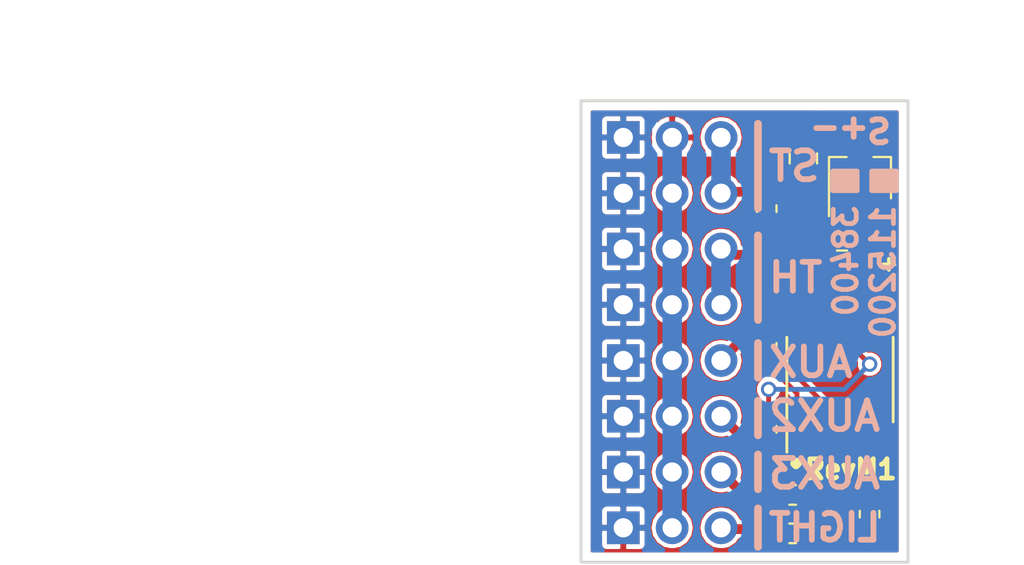
<source format=kicad_pcb>
(kicad_pcb (version 20171130) (host pcbnew 5.0.2-bee76a0~70~ubuntu18.04.1)

  (general
    (thickness 1.6)
    (drawings 25)
    (tracks 60)
    (zones 0)
    (modules 19)
    (nets 16)
  )

  (page User 215.9 139.7)
  (title_block
    (title "Pre-processor for RC Light Controller ")
    (date 2017-03-14)
    (rev 1)
    (company "LANE Boys RC")
  )

  (layers
    (0 F.Cu signal)
    (31 B.Cu signal)
    (32 B.Adhes user hide)
    (33 F.Adhes user hide)
    (34 B.Paste user hide)
    (35 F.Paste user)
    (36 B.SilkS user)
    (37 F.SilkS user)
    (38 B.Mask user hide)
    (39 F.Mask user hide)
    (40 Dwgs.User user hide)
    (41 Cmts.User user)
    (42 Eco1.User user hide)
    (43 Eco2.User user hide)
    (44 Edge.Cuts user)
    (45 Margin user hide)
    (46 B.CrtYd user hide)
    (47 F.CrtYd user hide)
    (48 B.Fab user hide)
    (49 F.Fab user hide)
  )

  (setup
    (last_trace_width 0.254)
    (user_trace_width 0.381)
    (user_trace_width 0.508)
    (user_trace_width 0.762)
    (user_trace_width 1.016)
    (trace_clearance 0.2032)
    (zone_clearance 0.2032)
    (zone_45_only no)
    (trace_min 0.1524)
    (segment_width 0.4)
    (edge_width 0.15)
    (via_size 0.8)
    (via_drill 0.5)
    (via_min_size 0.4)
    (via_min_drill 0.3)
    (uvia_size 0.3)
    (uvia_drill 0.1)
    (uvias_allowed no)
    (uvia_min_size 0)
    (uvia_min_drill 0)
    (pcb_text_width 0.3)
    (pcb_text_size 1.5 1.5)
    (mod_edge_width 0.15)
    (mod_text_size 1 1)
    (mod_text_width 0.15)
    (pad_size 1.524 1.524)
    (pad_drill 0.762)
    (pad_to_mask_clearance 0.0254)
    (solder_mask_min_width 0.0254)
    (pad_to_paste_clearance_ratio -0.05)
    (aux_axis_origin 114.3 66.04)
    (grid_origin 114.3 66.04)
    (visible_elements 7FFFFF7F)
    (pcbplotparams
      (layerselection 0x010f8_80000001)
      (usegerberextensions true)
      (usegerberattributes false)
      (usegerberadvancedattributes false)
      (creategerberjobfile false)
      (excludeedgelayer true)
      (linewidth 0.100000)
      (plotframeref false)
      (viasonmask false)
      (mode 1)
      (useauxorigin false)
      (hpglpennumber 1)
      (hpglpenspeed 20)
      (hpglpendiameter 15.000000)
      (psnegative false)
      (psa4output false)
      (plotreference false)
      (plotvalue false)
      (plotinvisibletext false)
      (padsonsilk false)
      (subtractmaskfromsilk false)
      (outputformat 1)
      (mirror false)
      (drillshape 0)
      (scaleselection 1)
      (outputdirectory "gerber/"))
  )

  (net 0 "")
  (net 1 VCC)
  (net 2 GND)
  (net 3 +3V3)
  (net 4 /ST)
  (net 5 /TH)
  (net 6 /AUX)
  (net 7 /LIGHT)
  (net 8 "Net-(R1-Pad1)")
  (net 9 "Net-(R2-Pad1)")
  (net 10 "Net-(R3-Pad1)")
  (net 11 "Net-(R4-Pad2)")
  (net 12 /AUX2)
  (net 13 "Net-(R5-Pad1)")
  (net 14 "Net-(R6-Pad1)")
  (net 15 /AUX3)

  (net_class Default "This is the default net class."
    (clearance 0.2032)
    (trace_width 0.254)
    (via_dia 0.8)
    (via_drill 0.5)
    (uvia_dia 0.3)
    (uvia_drill 0.1)
    (add_net +3V3)
    (add_net /AUX)
    (add_net /AUX2)
    (add_net /AUX3)
    (add_net /LIGHT)
    (add_net /ST)
    (add_net /TH)
    (add_net GND)
    (add_net "Net-(R1-Pad1)")
    (add_net "Net-(R2-Pad1)")
    (add_net "Net-(R3-Pad1)")
    (add_net "Net-(R4-Pad2)")
    (add_net "Net-(R5-Pad1)")
    (add_net "Net-(R6-Pad1)")
    (add_net VCC)
  )

  (module Connector_PinHeader_2.54mm:PinHeader_1x03_P2.54mm_Vertical (layer B.Cu) (tedit 5D281D1F) (tstamp 5D28C293)
    (at 116.5 61.35 270)
    (descr "Through hole straight pin header, 1x03, 2.54mm pitch, single row")
    (tags "Through hole pin header THT 1x03 2.54mm single row")
    (path /5D287718)
    (fp_text reference P8 (at 0 2.33 270) (layer B.SilkS) hide
      (effects (font (size 1 1) (thickness 0.15)) (justify mirror))
    )
    (fp_text value AUX3-IN (at 0 -7.41 270) (layer B.Fab)
      (effects (font (size 1 1) (thickness 0.15)) (justify mirror))
    )
    (fp_line (start -0.635 1.27) (end 1.27 1.27) (layer B.Fab) (width 0.1))
    (fp_line (start 1.27 1.27) (end 1.27 -6.35) (layer B.Fab) (width 0.1))
    (fp_line (start 1.27 -6.35) (end -1.27 -6.35) (layer B.Fab) (width 0.1))
    (fp_line (start -1.27 -6.35) (end -1.27 0.635) (layer B.Fab) (width 0.1))
    (fp_line (start -1.27 0.635) (end -0.635 1.27) (layer B.Fab) (width 0.1))
    (fp_line (start -1.8 1.8) (end -1.8 -6.85) (layer B.CrtYd) (width 0.05))
    (fp_line (start -1.8 -6.85) (end 1.8 -6.85) (layer B.CrtYd) (width 0.05))
    (fp_line (start 1.8 -6.85) (end 1.8 1.8) (layer B.CrtYd) (width 0.05))
    (fp_line (start 1.8 1.8) (end -1.8 1.8) (layer B.CrtYd) (width 0.05))
    (fp_text user %R (at 0 -2.54 180) (layer B.Fab)
      (effects (font (size 1 1) (thickness 0.15)) (justify mirror))
    )
    (pad 1 thru_hole rect (at 0 0 270) (size 1.7 1.7) (drill 1) (layers *.Cu *.Mask)
      (net 2 GND))
    (pad 2 thru_hole oval (at 0 -2.54 270) (size 1.7 1.7) (drill 1) (layers *.Cu *.Mask)
      (net 1 VCC))
    (pad 3 thru_hole oval (at 0 -5.08 270) (size 1.7 1.7) (drill 1) (layers *.Cu *.Mask)
      (net 15 /AUX3))
    (model ${KISYS3DMOD}/Connector_PinHeader_2.54mm.3dshapes/PinHeader_1x03_P2.54mm_Vertical.wrl
      (at (xyz 0 0 0))
      (scale (xyz 1 1 1))
      (rotate (xyz 0 0 0))
    )
  )

  (module Connector_PinHeader_2.54mm:PinHeader_1x03_P2.54mm_Vertical (layer B.Cu) (tedit 5D281D12) (tstamp 5D28C27C)
    (at 116.5 58.45 270)
    (descr "Through hole straight pin header, 1x03, 2.54mm pitch, single row")
    (tags "Through hole pin header THT 1x03 2.54mm single row")
    (path /5D282BAE)
    (fp_text reference P7 (at 0 2.33 270) (layer B.SilkS) hide
      (effects (font (size 1 1) (thickness 0.15) italic) (justify mirror))
    )
    (fp_text value AUX2-IN (at 0 -7.41 270) (layer B.Fab)
      (effects (font (size 1 1) (thickness 0.15)) (justify mirror))
    )
    (fp_line (start -0.635 1.27) (end 1.27 1.27) (layer B.Fab) (width 0.1))
    (fp_line (start 1.27 1.27) (end 1.27 -6.35) (layer B.Fab) (width 0.1))
    (fp_line (start 1.27 -6.35) (end -1.27 -6.35) (layer B.Fab) (width 0.1))
    (fp_line (start -1.27 -6.35) (end -1.27 0.635) (layer B.Fab) (width 0.1))
    (fp_line (start -1.27 0.635) (end -0.635 1.27) (layer B.Fab) (width 0.1))
    (fp_line (start -1.8 1.8) (end -1.8 -6.85) (layer B.CrtYd) (width 0.05))
    (fp_line (start -1.8 -6.85) (end 1.8 -6.85) (layer B.CrtYd) (width 0.05))
    (fp_line (start 1.8 -6.85) (end 1.8 1.8) (layer B.CrtYd) (width 0.05))
    (fp_line (start 1.8 1.8) (end -1.8 1.8) (layer B.CrtYd) (width 0.05))
    (fp_text user %R (at 0 -2.54 180) (layer B.Fab)
      (effects (font (size 1 1) (thickness 0.15)) (justify mirror))
    )
    (pad 1 thru_hole rect (at 0 0 270) (size 1.7 1.7) (drill 1) (layers *.Cu *.Mask)
      (net 2 GND))
    (pad 2 thru_hole oval (at 0 -2.54 270) (size 1.7 1.7) (drill 1) (layers *.Cu *.Mask)
      (net 1 VCC))
    (pad 3 thru_hole oval (at 0 -5.08 270) (size 1.7 1.7) (drill 1) (layers *.Cu *.Mask)
      (net 12 /AUX2))
    (model ${KISYS3DMOD}/Connector_PinHeader_2.54mm.3dshapes/PinHeader_1x03_P2.54mm_Vertical.wrl
      (at (xyz 0 0 0))
      (scale (xyz 1 1 1))
      (rotate (xyz 0 0 0))
    )
  )

  (module Connector_PinHeader_2.54mm:PinHeader_1x03_P2.54mm_Vertical (layer B.Cu) (tedit 5D281D05) (tstamp 5D28DFB7)
    (at 116.5 64.25 270)
    (descr "Through hole straight pin header, 1x03, 2.54mm pitch, single row")
    (tags "Through hole pin header THT 1x03 2.54mm single row")
    (path /58AF9DBB)
    (fp_text reference P6 (at 0 2.33 270) (layer B.SilkS) hide
      (effects (font (size 1 1) (thickness 0.15)) (justify mirror))
    )
    (fp_text value "LIGHT CONTROLLER" (at 0 -7.41 270) (layer B.Fab)
      (effects (font (size 1 1) (thickness 0.15)) (justify mirror))
    )
    (fp_line (start -0.635 1.27) (end 1.27 1.27) (layer B.Fab) (width 0.1))
    (fp_line (start 1.27 1.27) (end 1.27 -6.35) (layer B.Fab) (width 0.1))
    (fp_line (start 1.27 -6.35) (end -1.27 -6.35) (layer B.Fab) (width 0.1))
    (fp_line (start -1.27 -6.35) (end -1.27 0.635) (layer B.Fab) (width 0.1))
    (fp_line (start -1.27 0.635) (end -0.635 1.27) (layer B.Fab) (width 0.1))
    (fp_line (start -1.8 1.8) (end -1.8 -6.85) (layer B.CrtYd) (width 0.05))
    (fp_line (start -1.8 -6.85) (end 1.8 -6.85) (layer B.CrtYd) (width 0.05))
    (fp_line (start 1.8 -6.85) (end 1.8 1.8) (layer B.CrtYd) (width 0.05))
    (fp_line (start 1.8 1.8) (end -1.8 1.8) (layer B.CrtYd) (width 0.05))
    (fp_text user %R (at 0 -2.54 180) (layer B.Fab)
      (effects (font (size 1 1) (thickness 0.15)) (justify mirror))
    )
    (pad 1 thru_hole rect (at 0 0 270) (size 1.7 1.7) (drill 1) (layers *.Cu *.Mask)
      (net 2 GND))
    (pad 2 thru_hole oval (at 0 -2.54 270) (size 1.7 1.7) (drill 1) (layers *.Cu *.Mask)
      (net 1 VCC))
    (pad 3 thru_hole oval (at 0 -5.08 270) (size 1.7 1.7) (drill 1) (layers *.Cu *.Mask)
      (net 7 /LIGHT))
    (model ${KISYS3DMOD}/Connector_PinHeader_2.54mm.3dshapes/PinHeader_1x03_P2.54mm_Vertical.wrl
      (at (xyz 0 0 0))
      (scale (xyz 1 1 1))
      (rotate (xyz 0 0 0))
    )
  )

  (module Connector_PinHeader_2.54mm:PinHeader_1x03_P2.54mm_Vertical (layer B.Cu) (tedit 5D281CF7) (tstamp 5D28C250)
    (at 116.5 55.55 270)
    (descr "Through hole straight pin header, 1x03, 2.54mm pitch, single row")
    (tags "Through hole pin header THT 1x03 2.54mm single row")
    (path /58AF9D7F)
    (fp_text reference P5 (at 0 2.33 270) (layer B.SilkS) hide
      (effects (font (size 1 1) (thickness 0.15)) (justify mirror))
    )
    (fp_text value AUX-IN (at 0 -7.41 270) (layer B.Fab)
      (effects (font (size 1 1) (thickness 0.15)) (justify mirror))
    )
    (fp_line (start -0.635 1.27) (end 1.27 1.27) (layer B.Fab) (width 0.1))
    (fp_line (start 1.27 1.27) (end 1.27 -6.35) (layer B.Fab) (width 0.1))
    (fp_line (start 1.27 -6.35) (end -1.27 -6.35) (layer B.Fab) (width 0.1))
    (fp_line (start -1.27 -6.35) (end -1.27 0.635) (layer B.Fab) (width 0.1))
    (fp_line (start -1.27 0.635) (end -0.635 1.27) (layer B.Fab) (width 0.1))
    (fp_line (start -1.8 1.8) (end -1.8 -6.85) (layer B.CrtYd) (width 0.05))
    (fp_line (start -1.8 -6.85) (end 1.8 -6.85) (layer B.CrtYd) (width 0.05))
    (fp_line (start 1.8 -6.85) (end 1.8 1.8) (layer B.CrtYd) (width 0.05))
    (fp_line (start 1.8 1.8) (end -1.8 1.8) (layer B.CrtYd) (width 0.05))
    (fp_text user %R (at 0 -2.54 180) (layer B.Fab)
      (effects (font (size 1 1) (thickness 0.15)) (justify mirror))
    )
    (pad 1 thru_hole rect (at 0 0 270) (size 1.7 1.7) (drill 1) (layers *.Cu *.Mask)
      (net 2 GND))
    (pad 2 thru_hole oval (at 0 -2.54 270) (size 1.7 1.7) (drill 1) (layers *.Cu *.Mask)
      (net 1 VCC))
    (pad 3 thru_hole oval (at 0 -5.08 270) (size 1.7 1.7) (drill 1) (layers *.Cu *.Mask)
      (net 6 /AUX))
    (model ${KISYS3DMOD}/Connector_PinHeader_2.54mm.3dshapes/PinHeader_1x03_P2.54mm_Vertical.wrl
      (at (xyz 0 0 0))
      (scale (xyz 1 1 1))
      (rotate (xyz 0 0 0))
    )
  )

  (module Connector_PinHeader_2.54mm:PinHeader_1x03_P2.54mm_Vertical (layer B.Cu) (tedit 5D281CEB) (tstamp 5D28C224)
    (at 116.5 49.75 270)
    (descr "Through hole straight pin header, 1x03, 2.54mm pitch, single row")
    (tags "Through hole pin header THT 1x03 2.54mm single row")
    (path /58AF9CE6)
    (fp_text reference P3 (at 0 2.33 270) (layer B.SilkS) hide
      (effects (font (size 1 1) (thickness 0.15)) (justify mirror))
    )
    (fp_text value TH-IN (at 0 -7.41 270) (layer B.Fab)
      (effects (font (size 1 1) (thickness 0.15)) (justify mirror))
    )
    (fp_line (start -0.635 1.27) (end 1.27 1.27) (layer B.Fab) (width 0.1))
    (fp_line (start 1.27 1.27) (end 1.27 -6.35) (layer B.Fab) (width 0.1))
    (fp_line (start 1.27 -6.35) (end -1.27 -6.35) (layer B.Fab) (width 0.1))
    (fp_line (start -1.27 -6.35) (end -1.27 0.635) (layer B.Fab) (width 0.1))
    (fp_line (start -1.27 0.635) (end -0.635 1.27) (layer B.Fab) (width 0.1))
    (fp_line (start -1.8 1.8) (end -1.8 -6.85) (layer B.CrtYd) (width 0.05))
    (fp_line (start -1.8 -6.85) (end 1.8 -6.85) (layer B.CrtYd) (width 0.05))
    (fp_line (start 1.8 -6.85) (end 1.8 1.8) (layer B.CrtYd) (width 0.05))
    (fp_line (start 1.8 1.8) (end -1.8 1.8) (layer B.CrtYd) (width 0.05))
    (fp_text user %R (at 0 -2.54 180) (layer B.Fab)
      (effects (font (size 1 1) (thickness 0.15)) (justify mirror))
    )
    (pad 1 thru_hole rect (at 0 0 270) (size 1.7 1.7) (drill 1) (layers *.Cu *.Mask)
      (net 2 GND))
    (pad 2 thru_hole oval (at 0 -2.54 270) (size 1.7 1.7) (drill 1) (layers *.Cu *.Mask)
      (net 1 VCC))
    (pad 3 thru_hole oval (at 0 -5.08 270) (size 1.7 1.7) (drill 1) (layers *.Cu *.Mask)
      (net 5 /TH))
    (model ${KISYS3DMOD}/Connector_PinHeader_2.54mm.3dshapes/PinHeader_1x03_P2.54mm_Vertical.wrl
      (at (xyz 0 0 0))
      (scale (xyz 1 1 1))
      (rotate (xyz 0 0 0))
    )
  )

  (module Connector_PinHeader_2.54mm:PinHeader_1x03_P2.54mm_Vertical (layer B.Cu) (tedit 5D281CDF) (tstamp 5D28C33F)
    (at 116.5 43.95 270)
    (descr "Through hole straight pin header, 1x03, 2.54mm pitch, single row")
    (tags "Through hole pin header THT 1x03 2.54mm single row")
    (path /58AF9CB3)
    (fp_text reference P2 (at 0 2.33 270) (layer B.SilkS) hide
      (effects (font (size 1 1) (thickness 0.15)) (justify mirror))
    )
    (fp_text value ST-OUT (at 0 -7.41 270) (layer B.Fab)
      (effects (font (size 1 1) (thickness 0.15)) (justify mirror))
    )
    (fp_text user %R (at 0 -2.54 180) (layer B.Fab)
      (effects (font (size 1 1) (thickness 0.15)) (justify mirror))
    )
    (fp_line (start 1.8 1.8) (end -1.8 1.8) (layer B.CrtYd) (width 0.05))
    (fp_line (start 1.8 -6.85) (end 1.8 1.8) (layer B.CrtYd) (width 0.05))
    (fp_line (start -1.8 -6.85) (end 1.8 -6.85) (layer B.CrtYd) (width 0.05))
    (fp_line (start -1.8 1.8) (end -1.8 -6.85) (layer B.CrtYd) (width 0.05))
    (fp_line (start -1.27 0.635) (end -0.635 1.27) (layer B.Fab) (width 0.1))
    (fp_line (start -1.27 -6.35) (end -1.27 0.635) (layer B.Fab) (width 0.1))
    (fp_line (start 1.27 -6.35) (end -1.27 -6.35) (layer B.Fab) (width 0.1))
    (fp_line (start 1.27 1.27) (end 1.27 -6.35) (layer B.Fab) (width 0.1))
    (fp_line (start -0.635 1.27) (end 1.27 1.27) (layer B.Fab) (width 0.1))
    (pad 3 thru_hole oval (at 0 -5.08 270) (size 1.7 1.7) (drill 1) (layers *.Cu *.Mask)
      (net 4 /ST))
    (pad 2 thru_hole oval (at 0 -2.54 270) (size 1.7 1.7) (drill 1) (layers *.Cu *.Mask)
      (net 1 VCC))
    (pad 1 thru_hole rect (at 0 0 270) (size 1.7 1.7) (drill 1) (layers *.Cu *.Mask)
      (net 2 GND))
    (model ${KISYS3DMOD}/Connector_PinHeader_2.54mm.3dshapes/PinHeader_1x03_P2.54mm_Vertical.wrl
      (at (xyz 0 0 0))
      (scale (xyz 1 1 1))
      (rotate (xyz 0 0 0))
    )
  )

  (module Connector_PinHeader_2.54mm:PinHeader_1x03_P2.54mm_Vertical (layer B.Cu) (tedit 5D281CD3) (tstamp 5D28C1F8)
    (at 116.5 46.85 270)
    (descr "Through hole straight pin header, 1x03, 2.54mm pitch, single row")
    (tags "Through hole pin header THT 1x03 2.54mm single row")
    (path /58AF9C1E)
    (fp_text reference P1 (at 0 2.33 270) (layer B.SilkS) hide
      (effects (font (size 1 1) (thickness 0.15)) (justify mirror))
    )
    (fp_text value ST-IN (at 0 -7.41 270) (layer B.Fab)
      (effects (font (size 1 1) (thickness 0.15)) (justify mirror))
    )
    (fp_text user %R (at 0 -2.54 180) (layer B.Fab)
      (effects (font (size 1 1) (thickness 0.15)) (justify mirror))
    )
    (fp_line (start 1.8 1.8) (end -1.8 1.8) (layer B.CrtYd) (width 0.05))
    (fp_line (start 1.8 -6.85) (end 1.8 1.8) (layer B.CrtYd) (width 0.05))
    (fp_line (start -1.8 -6.85) (end 1.8 -6.85) (layer B.CrtYd) (width 0.05))
    (fp_line (start -1.8 1.8) (end -1.8 -6.85) (layer B.CrtYd) (width 0.05))
    (fp_line (start -1.27 0.635) (end -0.635 1.27) (layer B.Fab) (width 0.1))
    (fp_line (start -1.27 -6.35) (end -1.27 0.635) (layer B.Fab) (width 0.1))
    (fp_line (start 1.27 -6.35) (end -1.27 -6.35) (layer B.Fab) (width 0.1))
    (fp_line (start 1.27 1.27) (end 1.27 -6.35) (layer B.Fab) (width 0.1))
    (fp_line (start -0.635 1.27) (end 1.27 1.27) (layer B.Fab) (width 0.1))
    (pad 3 thru_hole oval (at 0 -5.08 270) (size 1.7 1.7) (drill 1) (layers *.Cu *.Mask)
      (net 4 /ST))
    (pad 2 thru_hole oval (at 0 -2.54 270) (size 1.7 1.7) (drill 1) (layers *.Cu *.Mask)
      (net 1 VCC))
    (pad 1 thru_hole rect (at 0 0 270) (size 1.7 1.7) (drill 1) (layers *.Cu *.Mask)
      (net 2 GND))
    (model ${KISYS3DMOD}/Connector_PinHeader_2.54mm.3dshapes/PinHeader_1x03_P2.54mm_Vertical.wrl
      (at (xyz 0 0 0))
      (scale (xyz 1 1 1))
      (rotate (xyz 0 0 0))
    )
  )

  (module Connector_PinHeader_2.54mm:PinHeader_1x03_P2.54mm_Vertical (layer B.Cu) (tedit 5D281CC6) (tstamp 5D28CB3D)
    (at 116.5 52.65 270)
    (descr "Through hole straight pin header, 1x03, 2.54mm pitch, single row")
    (tags "Through hole pin header THT 1x03 2.54mm single row")
    (path /58AF9D12)
    (fp_text reference P4 (at 0 2.33 270) (layer B.SilkS) hide
      (effects (font (size 1 1) (thickness 0.15)) (justify mirror))
    )
    (fp_text value TH-OUT (at 0 -7.41 270) (layer B.Fab)
      (effects (font (size 1 1) (thickness 0.15)) (justify mirror))
    )
    (fp_text user %R (at 0 -2.54 180) (layer B.Fab)
      (effects (font (size 1 1) (thickness 0.15)) (justify mirror))
    )
    (fp_line (start 1.8 1.8) (end -1.8 1.8) (layer B.CrtYd) (width 0.05))
    (fp_line (start 1.8 -6.85) (end 1.8 1.8) (layer B.CrtYd) (width 0.05))
    (fp_line (start -1.8 -6.85) (end 1.8 -6.85) (layer B.CrtYd) (width 0.05))
    (fp_line (start -1.8 1.8) (end -1.8 -6.85) (layer B.CrtYd) (width 0.05))
    (fp_line (start -1.27 0.635) (end -0.635 1.27) (layer B.Fab) (width 0.1))
    (fp_line (start -1.27 -6.35) (end -1.27 0.635) (layer B.Fab) (width 0.1))
    (fp_line (start 1.27 -6.35) (end -1.27 -6.35) (layer B.Fab) (width 0.1))
    (fp_line (start 1.27 1.27) (end 1.27 -6.35) (layer B.Fab) (width 0.1))
    (fp_line (start -0.635 1.27) (end 1.27 1.27) (layer B.Fab) (width 0.1))
    (pad 3 thru_hole oval (at 0 -5.08 270) (size 1.7 1.7) (drill 1) (layers *.Cu *.Mask)
      (net 5 /TH))
    (pad 2 thru_hole oval (at 0 -2.54 270) (size 1.7 1.7) (drill 1) (layers *.Cu *.Mask)
      (net 1 VCC))
    (pad 1 thru_hole rect (at 0 0 270) (size 1.7 1.7) (drill 1) (layers *.Cu *.Mask)
      (net 2 GND))
    (model ${KISYS3DMOD}/Connector_PinHeader_2.54mm.3dshapes/PinHeader_1x03_P2.54mm_Vertical.wrl
      (at (xyz 0 0 0))
      (scale (xyz 1 1 1))
      (rotate (xyz 0 0 0))
    )
  )

  (module Resistor_SMD:R_0603_1608Metric_Pad1.05x0.95mm_HandSolder (layer F.Cu) (tedit 5B301BBD) (tstamp 5D28D531)
    (at 123.952 47.6504 90)
    (descr "Resistor SMD 0603 (1608 Metric), square (rectangular) end terminal, IPC_7351 nominal with elongated pad for handsoldering. (Body size source: http://www.tortai-tech.com/upload/download/2011102023233369053.pdf), generated with kicad-footprint-generator")
    (tags "resistor handsolder")
    (path /58C77CC2)
    (attr smd)
    (fp_text reference R1 (at 0 -1.43 90) (layer F.SilkS) hide
      (effects (font (size 1 1) (thickness 0.15)))
    )
    (fp_text value 1K (at 0 1.43 90) (layer F.Fab)
      (effects (font (size 1 1) (thickness 0.15)))
    )
    (fp_text user %R (at 0 0 90) (layer F.Fab)
      (effects (font (size 0.4 0.4) (thickness 0.06)))
    )
    (fp_line (start 1.65 0.73) (end -1.65 0.73) (layer F.CrtYd) (width 0.05))
    (fp_line (start 1.65 -0.73) (end 1.65 0.73) (layer F.CrtYd) (width 0.05))
    (fp_line (start -1.65 -0.73) (end 1.65 -0.73) (layer F.CrtYd) (width 0.05))
    (fp_line (start -1.65 0.73) (end -1.65 -0.73) (layer F.CrtYd) (width 0.05))
    (fp_line (start -0.171267 0.51) (end 0.171267 0.51) (layer F.SilkS) (width 0.12))
    (fp_line (start -0.171267 -0.51) (end 0.171267 -0.51) (layer F.SilkS) (width 0.12))
    (fp_line (start 0.8 0.4) (end -0.8 0.4) (layer F.Fab) (width 0.1))
    (fp_line (start 0.8 -0.4) (end 0.8 0.4) (layer F.Fab) (width 0.1))
    (fp_line (start -0.8 -0.4) (end 0.8 -0.4) (layer F.Fab) (width 0.1))
    (fp_line (start -0.8 0.4) (end -0.8 -0.4) (layer F.Fab) (width 0.1))
    (pad 2 smd roundrect (at 0.875 0 90) (size 1.05 0.95) (layers F.Cu F.Paste F.Mask) (roundrect_rratio 0.25)
      (net 4 /ST))
    (pad 1 smd roundrect (at -0.875 0 90) (size 1.05 0.95) (layers F.Cu F.Paste F.Mask) (roundrect_rratio 0.25)
      (net 8 "Net-(R1-Pad1)"))
    (model ${KISYS3DMOD}/Resistor_SMD.3dshapes/R_0603_1608Metric.wrl
      (at (xyz 0 0 0))
      (scale (xyz 1 1 1))
      (rotate (xyz 0 0 0))
    )
  )

  (module Resistor_SMD:R_0603_1608Metric_Pad1.05x0.95mm_HandSolder (layer F.Cu) (tedit 5B301BBD) (tstamp 5D286426)
    (at 123.952 51.2064 90)
    (descr "Resistor SMD 0603 (1608 Metric), square (rectangular) end terminal, IPC_7351 nominal with elongated pad for handsoldering. (Body size source: http://www.tortai-tech.com/upload/download/2011102023233369053.pdf), generated with kicad-footprint-generator")
    (tags "resistor handsolder")
    (path /58C77D77)
    (attr smd)
    (fp_text reference R2 (at 0 -1.43 90) (layer F.SilkS) hide
      (effects (font (size 1 1) (thickness 0.15)))
    )
    (fp_text value 1K (at 0 1.43 90) (layer F.Fab)
      (effects (font (size 1 1) (thickness 0.15)))
    )
    (fp_text user %R (at 0 0 90) (layer F.Fab)
      (effects (font (size 0.4 0.4) (thickness 0.06)))
    )
    (fp_line (start 1.65 0.73) (end -1.65 0.73) (layer F.CrtYd) (width 0.05))
    (fp_line (start 1.65 -0.73) (end 1.65 0.73) (layer F.CrtYd) (width 0.05))
    (fp_line (start -1.65 -0.73) (end 1.65 -0.73) (layer F.CrtYd) (width 0.05))
    (fp_line (start -1.65 0.73) (end -1.65 -0.73) (layer F.CrtYd) (width 0.05))
    (fp_line (start -0.171267 0.51) (end 0.171267 0.51) (layer F.SilkS) (width 0.12))
    (fp_line (start -0.171267 -0.51) (end 0.171267 -0.51) (layer F.SilkS) (width 0.12))
    (fp_line (start 0.8 0.4) (end -0.8 0.4) (layer F.Fab) (width 0.1))
    (fp_line (start 0.8 -0.4) (end 0.8 0.4) (layer F.Fab) (width 0.1))
    (fp_line (start -0.8 -0.4) (end 0.8 -0.4) (layer F.Fab) (width 0.1))
    (fp_line (start -0.8 0.4) (end -0.8 -0.4) (layer F.Fab) (width 0.1))
    (pad 2 smd roundrect (at 0.875 0 90) (size 1.05 0.95) (layers F.Cu F.Paste F.Mask) (roundrect_rratio 0.25)
      (net 5 /TH))
    (pad 1 smd roundrect (at -0.875 0 90) (size 1.05 0.95) (layers F.Cu F.Paste F.Mask) (roundrect_rratio 0.25)
      (net 9 "Net-(R2-Pad1)"))
    (model ${KISYS3DMOD}/Resistor_SMD.3dshapes/R_0603_1608Metric.wrl
      (at (xyz 0 0 0))
      (scale (xyz 1 1 1))
      (rotate (xyz 0 0 0))
    )
  )

  (module Resistor_SMD:R_0603_1608Metric_Pad1.05x0.95mm_HandSolder (layer F.Cu) (tedit 5B301BBD) (tstamp 5D286436)
    (at 123.952 54.8132 90)
    (descr "Resistor SMD 0603 (1608 Metric), square (rectangular) end terminal, IPC_7351 nominal with elongated pad for handsoldering. (Body size source: http://www.tortai-tech.com/upload/download/2011102023233369053.pdf), generated with kicad-footprint-generator")
    (tags "resistor handsolder")
    (path /58C77DC4)
    (attr smd)
    (fp_text reference R3 (at 0 -1.43 90) (layer F.SilkS) hide
      (effects (font (size 1 1) (thickness 0.15)))
    )
    (fp_text value 1K (at 0 1.43 90) (layer F.Fab)
      (effects (font (size 1 1) (thickness 0.15)))
    )
    (fp_text user %R (at 0 0 90) (layer F.Fab)
      (effects (font (size 0.4 0.4) (thickness 0.06)))
    )
    (fp_line (start 1.65 0.73) (end -1.65 0.73) (layer F.CrtYd) (width 0.05))
    (fp_line (start 1.65 -0.73) (end 1.65 0.73) (layer F.CrtYd) (width 0.05))
    (fp_line (start -1.65 -0.73) (end 1.65 -0.73) (layer F.CrtYd) (width 0.05))
    (fp_line (start -1.65 0.73) (end -1.65 -0.73) (layer F.CrtYd) (width 0.05))
    (fp_line (start -0.171267 0.51) (end 0.171267 0.51) (layer F.SilkS) (width 0.12))
    (fp_line (start -0.171267 -0.51) (end 0.171267 -0.51) (layer F.SilkS) (width 0.12))
    (fp_line (start 0.8 0.4) (end -0.8 0.4) (layer F.Fab) (width 0.1))
    (fp_line (start 0.8 -0.4) (end 0.8 0.4) (layer F.Fab) (width 0.1))
    (fp_line (start -0.8 -0.4) (end 0.8 -0.4) (layer F.Fab) (width 0.1))
    (fp_line (start -0.8 0.4) (end -0.8 -0.4) (layer F.Fab) (width 0.1))
    (pad 2 smd roundrect (at 0.875 0 90) (size 1.05 0.95) (layers F.Cu F.Paste F.Mask) (roundrect_rratio 0.25)
      (net 6 /AUX))
    (pad 1 smd roundrect (at -0.875 0 90) (size 1.05 0.95) (layers F.Cu F.Paste F.Mask) (roundrect_rratio 0.25)
      (net 10 "Net-(R3-Pad1)"))
    (model ${KISYS3DMOD}/Resistor_SMD.3dshapes/R_0603_1608Metric.wrl
      (at (xyz 0 0 0))
      (scale (xyz 1 1 1))
      (rotate (xyz 0 0 0))
    )
  )

  (module Resistor_SMD:R_0603_1608Metric_Pad1.05x0.95mm_HandSolder (layer F.Cu) (tedit 5B301BBD) (tstamp 5D286446)
    (at 125.3 64.54)
    (descr "Resistor SMD 0603 (1608 Metric), square (rectangular) end terminal, IPC_7351 nominal with elongated pad for handsoldering. (Body size source: http://www.tortai-tech.com/upload/download/2011102023233369053.pdf), generated with kicad-footprint-generator")
    (tags "resistor handsolder")
    (path /58C77E14)
    (attr smd)
    (fp_text reference R4 (at 0 -1.43) (layer F.SilkS) hide
      (effects (font (size 1 1) (thickness 0.15)))
    )
    (fp_text value 1K (at 0 1.43) (layer F.Fab)
      (effects (font (size 1 1) (thickness 0.15)))
    )
    (fp_text user %R (at 0 0) (layer F.Fab)
      (effects (font (size 0.4 0.4) (thickness 0.06)))
    )
    (fp_line (start 1.65 0.73) (end -1.65 0.73) (layer F.CrtYd) (width 0.05))
    (fp_line (start 1.65 -0.73) (end 1.65 0.73) (layer F.CrtYd) (width 0.05))
    (fp_line (start -1.65 -0.73) (end 1.65 -0.73) (layer F.CrtYd) (width 0.05))
    (fp_line (start -1.65 0.73) (end -1.65 -0.73) (layer F.CrtYd) (width 0.05))
    (fp_line (start -0.171267 0.51) (end 0.171267 0.51) (layer F.SilkS) (width 0.12))
    (fp_line (start -0.171267 -0.51) (end 0.171267 -0.51) (layer F.SilkS) (width 0.12))
    (fp_line (start 0.8 0.4) (end -0.8 0.4) (layer F.Fab) (width 0.1))
    (fp_line (start 0.8 -0.4) (end 0.8 0.4) (layer F.Fab) (width 0.1))
    (fp_line (start -0.8 -0.4) (end 0.8 -0.4) (layer F.Fab) (width 0.1))
    (fp_line (start -0.8 0.4) (end -0.8 -0.4) (layer F.Fab) (width 0.1))
    (pad 2 smd roundrect (at 0.875 0) (size 1.05 0.95) (layers F.Cu F.Paste F.Mask) (roundrect_rratio 0.25)
      (net 11 "Net-(R4-Pad2)"))
    (pad 1 smd roundrect (at -0.875 0) (size 1.05 0.95) (layers F.Cu F.Paste F.Mask) (roundrect_rratio 0.25)
      (net 7 /LIGHT))
    (model ${KISYS3DMOD}/Resistor_SMD.3dshapes/R_0603_1608Metric.wrl
      (at (xyz 0 0 0))
      (scale (xyz 1 1 1))
      (rotate (xyz 0 0 0))
    )
  )

  (module Package_SO:TSSOP-16_4.4x5mm_P0.65mm (layer F.Cu) (tedit 5A02F25C) (tstamp 5D295288)
    (at 127.8 56.54 90)
    (descr "16-Lead Plastic Thin Shrink Small Outline (ST)-4.4 mm Body [TSSOP] (see Microchip Packaging Specification 00000049BS.pdf)")
    (tags "SSOP 0.65")
    (path /58AF9BA8)
    (attr smd)
    (fp_text reference U2 (at 0 -3.55 90) (layer F.SilkS) hide
      (effects (font (size 1 1) (thickness 0.15)))
    )
    (fp_text value LPC811M001JDH16_TSSOP16 (at 0 3.55 90) (layer F.Fab)
      (effects (font (size 1 1) (thickness 0.15)))
    )
    (fp_text user %R (at 0 0 90) (layer F.Fab)
      (effects (font (size 0.8 0.8) (thickness 0.15)))
    )
    (fp_line (start -3.775 -2.8) (end 2.2 -2.8) (layer F.SilkS) (width 0.15))
    (fp_line (start -2.2 2.725) (end 2.2 2.725) (layer F.SilkS) (width 0.15))
    (fp_line (start -3.95 2.8) (end 3.95 2.8) (layer F.CrtYd) (width 0.05))
    (fp_line (start -3.95 -2.9) (end 3.95 -2.9) (layer F.CrtYd) (width 0.05))
    (fp_line (start 3.95 -2.9) (end 3.95 2.8) (layer F.CrtYd) (width 0.05))
    (fp_line (start -3.95 -2.9) (end -3.95 2.8) (layer F.CrtYd) (width 0.05))
    (fp_line (start -2.2 -1.5) (end -1.2 -2.5) (layer F.Fab) (width 0.15))
    (fp_line (start -2.2 2.5) (end -2.2 -1.5) (layer F.Fab) (width 0.15))
    (fp_line (start 2.2 2.5) (end -2.2 2.5) (layer F.Fab) (width 0.15))
    (fp_line (start 2.2 -2.5) (end 2.2 2.5) (layer F.Fab) (width 0.15))
    (fp_line (start -1.2 -2.5) (end 2.2 -2.5) (layer F.Fab) (width 0.15))
    (pad 16 smd rect (at 2.95 -2.275 90) (size 1.5 0.45) (layers F.Cu F.Paste F.Mask)
      (net 8 "Net-(R1-Pad1)"))
    (pad 15 smd rect (at 2.95 -1.625 90) (size 1.5 0.45) (layers F.Cu F.Paste F.Mask))
    (pad 14 smd rect (at 2.95 -0.975 90) (size 1.5 0.45) (layers F.Cu F.Paste F.Mask))
    (pad 13 smd rect (at 2.95 -0.325 90) (size 1.5 0.45) (layers F.Cu F.Paste F.Mask)
      (net 2 GND))
    (pad 12 smd rect (at 2.95 0.325 90) (size 1.5 0.45) (layers F.Cu F.Paste F.Mask)
      (net 3 +3V3))
    (pad 11 smd rect (at 2.95 0.975 90) (size 1.5 0.45) (layers F.Cu F.Paste F.Mask)
      (net 13 "Net-(R5-Pad1)"))
    (pad 10 smd rect (at 2.95 1.625 90) (size 1.5 0.45) (layers F.Cu F.Paste F.Mask))
    (pad 9 smd rect (at 2.95 2.275 90) (size 1.5 0.45) (layers F.Cu F.Paste F.Mask))
    (pad 8 smd rect (at -2.95 2.275 90) (size 1.5 0.45) (layers F.Cu F.Paste F.Mask))
    (pad 7 smd rect (at -2.95 1.625 90) (size 1.5 0.45) (layers F.Cu F.Paste F.Mask)
      (net 14 "Net-(R6-Pad1)"))
    (pad 6 smd rect (at -2.95 0.975 90) (size 1.5 0.45) (layers F.Cu F.Paste F.Mask))
    (pad 5 smd rect (at -2.95 0.325 90) (size 1.5 0.45) (layers F.Cu F.Paste F.Mask))
    (pad 4 smd rect (at -2.95 -0.325 90) (size 1.5 0.45) (layers F.Cu F.Paste F.Mask)
      (net 9 "Net-(R2-Pad1)"))
    (pad 3 smd rect (at -2.95 -0.975 90) (size 1.5 0.45) (layers F.Cu F.Paste F.Mask))
    (pad 2 smd rect (at -2.95 -1.625 90) (size 1.5 0.45) (layers F.Cu F.Paste F.Mask)
      (net 11 "Net-(R4-Pad2)"))
    (pad 1 smd rect (at -2.95 -2.275 90) (size 1.5 0.45) (layers F.Cu F.Paste F.Mask)
      (net 10 "Net-(R3-Pad1)"))
    (model ${KISYS3DMOD}/Package_SO.3dshapes/TSSOP-16_4.4x5mm_P0.65mm.wrl
      (at (xyz 0 0 0))
      (scale (xyz 1 1 1))
      (rotate (xyz 0 0 0))
    )
  )

  (module Capacitor_SMD:C_0805_2012Metric_Pad1.15x1.40mm_HandSolder (layer F.Cu) (tedit 5D27F92E) (tstamp 5D2863F6)
    (at 125.857 45.04 270)
    (descr "Capacitor SMD 0805 (2012 Metric), square (rectangular) end terminal, IPC_7351 nominal with elongated pad for handsoldering. (Body size source: https://docs.google.com/spreadsheets/d/1BsfQQcO9C6DZCsRaXUlFlo91Tg2WpOkGARC1WS5S8t0/edit?usp=sharing), generated with kicad-footprint-generator")
    (tags "capacitor handsolder")
    (path /58AFA243)
    (attr smd)
    (fp_text reference C1 (at 0 -1.65 270) (layer F.SilkS) hide
      (effects (font (size 1 1) (thickness 0.15)))
    )
    (fp_text value 1u (at 0 1.65 270) (layer F.Fab)
      (effects (font (size 1 1) (thickness 0.15)))
    )
    (fp_line (start -1 0.6) (end -1 -0.6) (layer F.Fab) (width 0.1))
    (fp_line (start -1 -0.6) (end 1 -0.6) (layer F.Fab) (width 0.1))
    (fp_line (start 1 -0.6) (end 1 0.6) (layer F.Fab) (width 0.1))
    (fp_line (start 1 0.6) (end -1 0.6) (layer F.Fab) (width 0.1))
    (fp_line (start -0.261252 -0.71) (end 0.261252 -0.71) (layer F.SilkS) (width 0.12))
    (fp_line (start -0.261252 0.71) (end 0.261252 0.71) (layer F.SilkS) (width 0.12))
    (fp_line (start -1.85 0.95) (end -1.85 -0.95) (layer F.CrtYd) (width 0.05))
    (fp_line (start -1.85 -0.95) (end 1.85 -0.95) (layer F.CrtYd) (width 0.05))
    (fp_line (start 1.85 -0.95) (end 1.85 0.95) (layer F.CrtYd) (width 0.05))
    (fp_line (start 1.85 0.95) (end -1.85 0.95) (layer F.CrtYd) (width 0.05))
    (fp_text user %R (at 0 0 270) (layer F.Fab)
      (effects (font (size 0.5 0.5) (thickness 0.08)))
    )
    (pad 1 smd roundrect (at -1.025 0 270) (size 1.15 1.4) (layers F.Cu F.Paste F.Mask) (roundrect_rratio 0.217391)
      (net 1 VCC))
    (pad 2 smd roundrect (at 1.025 0 270) (size 1.15 1.4) (layers F.Cu F.Paste F.Mask) (roundrect_rratio 0.217391)
      (net 2 GND))
    (model ${KISYS3DMOD}/Capacitor_SMD.3dshapes/C_0805_2012Metric.wrl
      (at (xyz 0 0 0))
      (scale (xyz 1 1 1))
      (rotate (xyz 0 0 0))
    )
  )

  (module Capacitor_SMD:C_0805_2012Metric_Pad1.15x1.40mm_HandSolder (layer F.Cu) (tedit 5D27F93F) (tstamp 5D2867FA)
    (at 127.8636 50.54 180)
    (descr "Capacitor SMD 0805 (2012 Metric), square (rectangular) end terminal, IPC_7351 nominal with elongated pad for handsoldering. (Body size source: https://docs.google.com/spreadsheets/d/1BsfQQcO9C6DZCsRaXUlFlo91Tg2WpOkGARC1WS5S8t0/edit?usp=sharing), generated with kicad-footprint-generator")
    (tags "capacitor handsolder")
    (path /58AFA5B0)
    (attr smd)
    (fp_text reference C2 (at 0 -1.65 180) (layer F.SilkS) hide
      (effects (font (size 1 1) (thickness 0.15)))
    )
    (fp_text value "47u/6V3 Polymer 0805" (at 0 1.65 180) (layer F.Fab)
      (effects (font (size 1 1) (thickness 0.15)))
    )
    (fp_text user %R (at 0 0 180) (layer F.Fab)
      (effects (font (size 0.5 0.5) (thickness 0.08)))
    )
    (fp_line (start 1.85 0.95) (end -1.85 0.95) (layer F.CrtYd) (width 0.05))
    (fp_line (start 1.85 -0.95) (end 1.85 0.95) (layer F.CrtYd) (width 0.05))
    (fp_line (start -1.85 -0.95) (end 1.85 -0.95) (layer F.CrtYd) (width 0.05))
    (fp_line (start -1.85 0.95) (end -1.85 -0.95) (layer F.CrtYd) (width 0.05))
    (fp_line (start -0.261252 0.71) (end 0.261252 0.71) (layer F.SilkS) (width 0.12))
    (fp_line (start -0.261252 -0.71) (end 0.261252 -0.71) (layer F.SilkS) (width 0.12))
    (fp_line (start 1 0.6) (end -1 0.6) (layer F.Fab) (width 0.1))
    (fp_line (start 1 -0.6) (end 1 0.6) (layer F.Fab) (width 0.1))
    (fp_line (start -1 -0.6) (end 1 -0.6) (layer F.Fab) (width 0.1))
    (fp_line (start -1 0.6) (end -1 -0.6) (layer F.Fab) (width 0.1))
    (pad 2 smd roundrect (at 1.025 0 180) (size 1.15 1.4) (layers F.Cu F.Paste F.Mask) (roundrect_rratio 0.217391)
      (net 2 GND))
    (pad 1 smd roundrect (at -1.025 0 180) (size 1.15 1.4) (layers F.Cu F.Paste F.Mask) (roundrect_rratio 0.217391)
      (net 3 +3V3))
    (model ${KISYS3DMOD}/Capacitor_SMD.3dshapes/C_0805_2012Metric.wrl
      (at (xyz 0 0 0))
      (scale (xyz 1 1 1))
      (rotate (xyz 0 0 0))
    )
  )

  (module Package_TO_SOT_SMD:SOT-23W_Handsoldering (layer F.Cu) (tedit 5D27F931) (tstamp 5D286456)
    (at 128.8 46.04 90)
    (descr "SOT-23W http://www.allegromicro.com/~/media/Files/Datasheets/A112x-Datasheet.ashx?la=en&hash=7BC461E058CC246E0BAB62433B2F1ECA104CA9D3")
    (tags "SOT-23W for handsoldering")
    (path /58AF9BBC)
    (attr smd)
    (fp_text reference U1 (at 0 -2.5 90) (layer F.SilkS) hide
      (effects (font (size 1 1) (thickness 0.15)))
    )
    (fp_text value MCP1703T-3302E/CB (at 0 2.5 90) (layer F.Fab)
      (effects (font (size 1 1) (thickness 0.15)))
    )
    (fp_line (start 1.075 0.7) (end 1.075 1.61) (layer F.SilkS) (width 0.12))
    (fp_line (start 1.075 -1.6) (end 1.075 -0.7) (layer F.SilkS) (width 0.12))
    (fp_line (start -2 -1.61) (end 1.075 -1.61) (layer F.SilkS) (width 0.12))
    (fp_line (start -1.075 1.61) (end 1.075 1.61) (layer F.SilkS) (width 0.12))
    (fp_text user %R (at 0 0 180) (layer F.Fab)
      (effects (font (size 0.5 0.5) (thickness 0.075)))
    )
    (fp_line (start -0.955 -0.49) (end -0.955 1.49) (layer F.Fab) (width 0.1))
    (fp_line (start 0.045 -1.49) (end 0.955 -1.49) (layer F.Fab) (width 0.1))
    (fp_line (start -0.955 -0.49) (end 0.045 -1.49) (layer F.Fab) (width 0.1))
    (fp_line (start 0.955 -1.49) (end 0.955 1.49) (layer F.Fab) (width 0.1))
    (fp_line (start -0.955 1.49) (end 0.955 1.49) (layer F.Fab) (width 0.1))
    (fp_line (start -2.95 -1.74) (end 2.95 -1.74) (layer F.CrtYd) (width 0.05))
    (fp_line (start 2.95 -1.74) (end 2.95 1.74) (layer F.CrtYd) (width 0.05))
    (fp_line (start 2.95 1.74) (end -2.95 1.74) (layer F.CrtYd) (width 0.05))
    (fp_line (start -2.95 1.74) (end -2.95 -1.74) (layer F.CrtYd) (width 0.05))
    (pad 1 smd rect (at -1.7 -0.95 90) (size 2 0.7) (layers F.Cu F.Paste F.Mask)
      (net 2 GND))
    (pad 2 smd rect (at -1.7 0.95 90) (size 2 0.7) (layers F.Cu F.Paste F.Mask)
      (net 3 +3V3))
    (pad 3 smd rect (at 1.7 0 90) (size 2 0.7) (layers F.Cu F.Paste F.Mask)
      (net 1 VCC))
    (model ${KISYS3DMOD}/Package_TO_SOT_SMD.3dshapes/SOT-23W_Handsoldering.wrl
      (at (xyz 0 0 0))
      (scale (xyz 1 1 1))
      (rotate (xyz 0 0 0))
    )
  )

  (module Resistor_SMD:R_0603_1608Metric_Pad1.05x0.95mm_HandSolder (layer F.Cu) (tedit 5D280767) (tstamp 5D28DA4F)
    (at 123.952 59.1312 270)
    (descr "Resistor SMD 0603 (1608 Metric), square (rectangular) end terminal, IPC_7351 nominal with elongated pad for handsoldering. (Body size source: http://www.tortai-tech.com/upload/download/2011102023233369053.pdf), generated with kicad-footprint-generator")
    (tags "resistor handsolder")
    (path /5D282BB8)
    (attr smd)
    (fp_text reference R5 (at 0 -1.43 270) (layer F.SilkS) hide
      (effects (font (size 1 1) (thickness 0.15)))
    )
    (fp_text value 1K (at 0 1.43 270) (layer F.Fab)
      (effects (font (size 1 1) (thickness 0.15)))
    )
    (fp_text user %R (at 0 0 270) (layer F.Fab)
      (effects (font (size 0.4 0.4) (thickness 0.06)))
    )
    (fp_line (start 1.65 0.73) (end -1.65 0.73) (layer F.CrtYd) (width 0.05))
    (fp_line (start 1.65 -0.73) (end 1.65 0.73) (layer F.CrtYd) (width 0.05))
    (fp_line (start -1.65 -0.73) (end 1.65 -0.73) (layer F.CrtYd) (width 0.05))
    (fp_line (start -1.65 0.73) (end -1.65 -0.73) (layer F.CrtYd) (width 0.05))
    (fp_line (start -0.171267 0.51) (end 0.171267 0.51) (layer F.SilkS) (width 0.12))
    (fp_line (start -0.171267 -0.51) (end 0.171267 -0.51) (layer F.SilkS) (width 0.12))
    (fp_line (start 0.8 0.4) (end -0.8 0.4) (layer F.Fab) (width 0.1))
    (fp_line (start 0.8 -0.4) (end 0.8 0.4) (layer F.Fab) (width 0.1))
    (fp_line (start -0.8 -0.4) (end 0.8 -0.4) (layer F.Fab) (width 0.1))
    (fp_line (start -0.8 0.4) (end -0.8 -0.4) (layer F.Fab) (width 0.1))
    (pad 2 smd roundrect (at 0.875 0 270) (size 1.05 0.95) (layers F.Cu F.Paste F.Mask) (roundrect_rratio 0.25)
      (net 12 /AUX2))
    (pad 1 smd roundrect (at -0.875 0 270) (size 1.05 0.95) (layers F.Cu F.Paste F.Mask) (roundrect_rratio 0.25)
      (net 13 "Net-(R5-Pad1)"))
    (model ${KISYS3DMOD}/Resistor_SMD.3dshapes/R_0603_1608Metric.wrl
      (at (xyz 0 0 0))
      (scale (xyz 1 1 1))
      (rotate (xyz 0 0 0))
    )
  )

  (module Resistor_SMD:R_0603_1608Metric_Pad1.05x0.95mm_HandSolder (layer F.Cu) (tedit 5D280761) (tstamp 5D2802E3)
    (at 125.3 62.54 180)
    (descr "Resistor SMD 0603 (1608 Metric), square (rectangular) end terminal, IPC_7351 nominal with elongated pad for handsoldering. (Body size source: http://www.tortai-tech.com/upload/download/2011102023233369053.pdf), generated with kicad-footprint-generator")
    (tags "resistor handsolder")
    (path /5D287722)
    (attr smd)
    (fp_text reference R6 (at 0 -1.43 180) (layer F.SilkS) hide
      (effects (font (size 1 1) (thickness 0.15)))
    )
    (fp_text value 1K (at 0 1.43 180) (layer F.Fab)
      (effects (font (size 1 1) (thickness 0.15)))
    )
    (fp_line (start -0.8 0.4) (end -0.8 -0.4) (layer F.Fab) (width 0.1))
    (fp_line (start -0.8 -0.4) (end 0.8 -0.4) (layer F.Fab) (width 0.1))
    (fp_line (start 0.8 -0.4) (end 0.8 0.4) (layer F.Fab) (width 0.1))
    (fp_line (start 0.8 0.4) (end -0.8 0.4) (layer F.Fab) (width 0.1))
    (fp_line (start -0.171267 -0.51) (end 0.171267 -0.51) (layer F.SilkS) (width 0.12))
    (fp_line (start -0.171267 0.51) (end 0.171267 0.51) (layer F.SilkS) (width 0.12))
    (fp_line (start -1.65 0.73) (end -1.65 -0.73) (layer F.CrtYd) (width 0.05))
    (fp_line (start -1.65 -0.73) (end 1.65 -0.73) (layer F.CrtYd) (width 0.05))
    (fp_line (start 1.65 -0.73) (end 1.65 0.73) (layer F.CrtYd) (width 0.05))
    (fp_line (start 1.65 0.73) (end -1.65 0.73) (layer F.CrtYd) (width 0.05))
    (fp_text user %R (at 0 0 180) (layer F.Fab)
      (effects (font (size 0.4 0.4) (thickness 0.06)))
    )
    (pad 1 smd roundrect (at -0.875 0 180) (size 1.05 0.95) (layers F.Cu F.Paste F.Mask) (roundrect_rratio 0.25)
      (net 14 "Net-(R6-Pad1)"))
    (pad 2 smd roundrect (at 0.875 0 180) (size 1.05 0.95) (layers F.Cu F.Paste F.Mask) (roundrect_rratio 0.25)
      (net 15 /AUX3))
    (model ${KISYS3DMOD}/Resistor_SMD.3dshapes/R_0603_1608Metric.wrl
      (at (xyz 0 0 0))
      (scale (xyz 1 1 1))
      (rotate (xyz 0 0 0))
    )
  )

  (module Resistor_SMD:R_0603_1608Metric_Pad1.05x0.95mm_HandSolder (layer F.Cu) (tedit 5D280764) (tstamp 5D28D4CB)
    (at 129.3 63.54 90)
    (descr "Resistor SMD 0603 (1608 Metric), square (rectangular) end terminal, IPC_7351 nominal with elongated pad for handsoldering. (Body size source: http://www.tortai-tech.com/upload/download/2011102023233369053.pdf), generated with kicad-footprint-generator")
    (tags "resistor handsolder")
    (path /5D282842)
    (attr smd)
    (fp_text reference R7 (at 0 -1.43 90) (layer F.SilkS) hide
      (effects (font (size 1 1) (thickness 0.15)))
    )
    (fp_text value 100k (at 0 1.43 90) (layer F.Fab)
      (effects (font (size 1 1) (thickness 0.15)))
    )
    (fp_line (start -0.8 0.4) (end -0.8 -0.4) (layer F.Fab) (width 0.1))
    (fp_line (start -0.8 -0.4) (end 0.8 -0.4) (layer F.Fab) (width 0.1))
    (fp_line (start 0.8 -0.4) (end 0.8 0.4) (layer F.Fab) (width 0.1))
    (fp_line (start 0.8 0.4) (end -0.8 0.4) (layer F.Fab) (width 0.1))
    (fp_line (start -0.171267 -0.51) (end 0.171267 -0.51) (layer F.SilkS) (width 0.12))
    (fp_line (start -0.171267 0.51) (end 0.171267 0.51) (layer F.SilkS) (width 0.12))
    (fp_line (start -1.65 0.73) (end -1.65 -0.73) (layer F.CrtYd) (width 0.05))
    (fp_line (start -1.65 -0.73) (end 1.65 -0.73) (layer F.CrtYd) (width 0.05))
    (fp_line (start 1.65 -0.73) (end 1.65 0.73) (layer F.CrtYd) (width 0.05))
    (fp_line (start 1.65 0.73) (end -1.65 0.73) (layer F.CrtYd) (width 0.05))
    (fp_text user %R (at 0 0 90) (layer F.Fab)
      (effects (font (size 0.4 0.4) (thickness 0.06)))
    )
    (pad 1 smd roundrect (at -0.875 0 90) (size 1.05 0.95) (layers F.Cu F.Paste F.Mask) (roundrect_rratio 0.25)
      (net 2 GND))
    (pad 2 smd roundrect (at 0.875 0 90) (size 1.05 0.95) (layers F.Cu F.Paste F.Mask) (roundrect_rratio 0.25)
      (net 14 "Net-(R6-Pad1)"))
    (model ${KISYS3DMOD}/Resistor_SMD.3dshapes/R_0603_1608Metric.wrl
      (at (xyz 0 0 0))
      (scale (xyz 1 1 1))
      (rotate (xyz 0 0 0))
    )
  )

  (gr_text "Thickness: 1mm" (at 99.06 39.37) (layer Cmts.User)
    (effects (font (size 1.5 1.5) (thickness 0.3)))
  )
  (gr_text "Note: pin headers spaced at 2.9mm \nto clear plug being wider on the top" (at 98.552 53.2892) (layer Cmts.User)
    (effects (font (size 1 1) (thickness 0.25)))
  )
  (gr_text . (at 125.476 60.0964) (layer F.SilkS) (tstamp 5D296E39)
    (effects (font (size 2 2) (thickness 0.4)))
  )
  (gr_text AUX3 (at 123.9 61.44) (layer B.SilkS) (tstamp 5D28EFBF)
    (effects (font (size 1.5 1.5) (thickness 0.3)) (justify right mirror))
  )
  (gr_line (start 123.5 60.44) (end 123.5 62.24) (angle 90) (layer B.SilkS) (width 0.4) (tstamp 5D28EFBE))
  (gr_line (start 123.5 57.64) (end 123.5 59.44) (angle 90) (layer B.SilkS) (width 0.4) (tstamp 5D28EFBB))
  (gr_text AUX2 (at 123.9 58.44) (layer B.SilkS) (tstamp 5D28EFBA)
    (effects (font (size 1.5 1.5) (thickness 0.3)) (justify right mirror))
  )
  (gr_text + (at 130.302 50.4952) (layer F.SilkS) (tstamp 5D286F54)
    (effects (font (size 0.762 0.762) (thickness 0.1905)))
  )
  (gr_text "38400\n115200" (at 129.032 47.348 90) (layer B.SilkS)
    (effects (font (size 1.2 1.2) (thickness 0.25)) (justify left mirror))
  )
  (gr_line (start 123.5 63.24) (end 123.5 65.24) (angle 90) (layer B.SilkS) (width 0.4))
  (gr_line (start 123.5 54.64) (end 123.5 56.44) (angle 90) (layer B.SilkS) (width 0.4) (tstamp 5D28ED7C))
  (gr_line (start 123.5 49.04) (end 123.5 53.44) (angle 90) (layer B.SilkS) (width 0.4) (tstamp 5D28ED88))
  (gr_line (start 123.5 43.24) (end 123.5 47.64) (angle 90) (layer B.SilkS) (width 0.4) (tstamp 5D28ED85))
  (gr_text RevM1 (at 128.3208 61.214) (layer F.SilkS)
    (effects (font (size 1 1) (thickness 0.25)))
  )
  (dimension 17 (width 0.3) (layer Cmts.User) (tstamp 58C796B3)
    (gr_text "17.000 mm" (at 122.863716 38.652789) (layer Cmts.User) (tstamp 58C796B3)
      (effects (font (size 1.5 1.5) (thickness 0.3)))
    )
    (feature1 (pts (xy 131.363716 42.002789) (xy 131.363716 37.302789)))
    (feature2 (pts (xy 114.363716 42.002789) (xy 114.363716 37.302789)))
    (crossbar (pts (xy 114.363716 40.002789) (xy 131.363716 40.002789)))
    (arrow1a (pts (xy 131.363716 40.002789) (xy 130.237212 40.58921)))
    (arrow1b (pts (xy 131.363716 40.002789) (xy 130.237212 39.416368)))
    (arrow2a (pts (xy 114.363716 40.002789) (xy 115.49022 40.58921)))
    (arrow2b (pts (xy 114.363716 40.002789) (xy 115.49022 39.416368)))
  )
  (dimension 24 (width 0.3) (layer Cmts.User)
    (gr_text "24.000 mm" (at 135.4 54.04 270) (layer Cmts.User)
      (effects (font (size 1.5 1.5) (thickness 0.3)))
    )
    (feature1 (pts (xy 131.3 66.04) (xy 133.886421 66.04)))
    (feature2 (pts (xy 131.3 42.04) (xy 133.886421 42.04)))
    (crossbar (pts (xy 133.3 42.04) (xy 133.3 66.04)))
    (arrow1a (pts (xy 133.3 66.04) (xy 132.713579 64.913496)))
    (arrow1b (pts (xy 133.3 66.04) (xy 133.886421 64.913496)))
    (arrow2a (pts (xy 133.3 42.04) (xy 132.713579 43.166504)))
    (arrow2b (pts (xy 133.3 42.04) (xy 133.886421 43.166504)))
  )
  (gr_text LIGHT (at 123.9 64.24) (layer B.SilkS) (tstamp 5D28F388)
    (effects (font (size 1.4 1.4) (thickness 0.3)) (justify right mirror))
  )
  (gr_text AUX (at 123.9 55.64) (layer B.SilkS) (tstamp 5D28ED82)
    (effects (font (size 1.5 1.5) (thickness 0.3)) (justify right mirror))
  )
  (gr_text TH (at 123.9 51.24) (layer B.SilkS) (tstamp 5D28ED7F)
    (effects (font (size 1.5 1.5) (thickness 0.3)) (justify right mirror))
  )
  (gr_text -+S (at 128.3 43.54 180) (layer B.SilkS)
    (effects (font (size 1.2 1.2) (thickness 0.3)) (justify mirror))
  )
  (gr_text ST (at 123.9 45.44) (layer B.SilkS) (tstamp 5D292DDF)
    (effects (font (size 1.5 1.5) (thickness 0.3)) (justify right mirror))
  )
  (gr_line (start 131.3 42.04) (end 114.3 42.04) (angle 90) (layer Edge.Cuts) (width 0.15))
  (gr_line (start 131.3 66.04) (end 131.3 42.04) (angle 90) (layer Edge.Cuts) (width 0.15))
  (gr_line (start 114.3 66.04) (end 131.3 66.04) (angle 90) (layer Edge.Cuts) (width 0.15))
  (gr_line (start 114.3 42.04) (end 114.3 66.04) (angle 90) (layer Edge.Cuts) (width 0.15))

  (segment (start 128.475 44.015) (end 128.8 44.34) (width 0.508) (layer F.Cu) (net 1))
  (segment (start 125.857 44.015) (end 128.475 44.015) (width 0.508) (layer F.Cu) (net 1))
  (segment (start 119.04 43.95) (end 119.04 46.85) (width 1.016) (layer B.Cu) (net 1))
  (segment (start 119.04 46.85) (end 119.04 49.75) (width 1.016) (layer B.Cu) (net 1))
  (segment (start 119.04 49.75) (end 119.04 52.65) (width 1.016) (layer B.Cu) (net 1))
  (segment (start 119.04 52.65) (end 119.04 55.55) (width 1.016) (layer B.Cu) (net 1))
  (segment (start 119.04 55.55) (end 119.04 58.45) (width 1.016) (layer B.Cu) (net 1))
  (segment (start 119.04 58.45) (end 119.04 61.35) (width 1.016) (layer B.Cu) (net 1))
  (segment (start 119.04 61.35) (end 119.04 64.25) (width 1.016) (layer B.Cu) (net 1))
  (segment (start 129.75 49.6786) (end 128.8886 50.54) (width 0.381) (layer F.Cu) (net 3))
  (segment (start 129.75 47.74) (end 129.75 49.6786) (width 0.381) (layer F.Cu) (net 3))
  (segment (start 128.8886 51.8578) (end 128.8886 50.54) (width 0.381) (layer F.Cu) (net 3))
  (segment (start 128.125 53.59) (end 128.125 52.6214) (width 0.381) (layer F.Cu) (net 3))
  (segment (start 128.125 52.6214) (end 128.8886 51.8578) (width 0.381) (layer F.Cu) (net 3))
  (segment (start 121.58 43.95) (end 121.58 46.85) (width 1.016) (layer B.Cu) (net 4))
  (segment (start 123.952 46.7754) (end 121.6546 46.7754) (width 0.508) (layer F.Cu) (net 4))
  (segment (start 121.6546 46.7754) (end 121.58 46.85) (width 0.508) (layer F.Cu) (net 4))
  (segment (start 121.58 49.75) (end 121.58 52.65) (width 1.016) (layer B.Cu) (net 5))
  (segment (start 121.58 49.75) (end 121.88324 50.05324) (width 0.508) (layer F.Cu) (net 5))
  (segment (start 123.67384 50.05324) (end 123.952 50.3314) (width 0.508) (layer F.Cu) (net 5))
  (segment (start 121.88324 50.05324) (end 123.67384 50.05324) (width 0.508) (layer F.Cu) (net 5))
  (segment (start 121.58 55.53928) (end 121.58 55.55) (width 0.508) (layer F.Cu) (net 6))
  (segment (start 123.952 53.9382) (end 123.18108 53.9382) (width 0.508) (layer F.Cu) (net 6))
  (segment (start 123.18108 53.9382) (end 121.58 55.53928) (width 0.508) (layer F.Cu) (net 6))
  (segment (start 121.64788 64.31788) (end 121.58 64.25) (width 0.508) (layer F.Cu) (net 7))
  (segment (start 124.425 64.54) (end 124.20288 64.31788) (width 0.508) (layer F.Cu) (net 7))
  (segment (start 124.20288 64.31788) (end 121.64788 64.31788) (width 0.508) (layer F.Cu) (net 7))
  (segment (start 125.525 52.373) (end 125.525 53.59) (width 0.254) (layer F.Cu) (net 8))
  (segment (start 124.8664 49.4284) (end 124.8664 51.7144) (width 0.254) (layer F.Cu) (net 8))
  (segment (start 124.8664 51.7144) (end 125.525 52.373) (width 0.254) (layer F.Cu) (net 8))
  (segment (start 123.952 48.5254) (end 123.9634 48.5254) (width 0.254) (layer F.Cu) (net 8))
  (segment (start 123.9634 48.5254) (end 124.8664 49.4284) (width 0.254) (layer F.Cu) (net 8))
  (segment (start 127.475 59.49) (end 127.475 58.3362) (width 0.254) (layer F.Cu) (net 9))
  (segment (start 127.475 58.3362) (end 124.841 55.7022) (width 0.254) (layer F.Cu) (net 9))
  (segment (start 124.841 52.9704) (end 123.952 52.0814) (width 0.254) (layer F.Cu) (net 9))
  (segment (start 124.841 55.7022) (end 124.841 52.9704) (width 0.254) (layer F.Cu) (net 9))
  (segment (start 125.525 57.2612) (end 125.525 59.49) (width 0.254) (layer F.Cu) (net 10))
  (segment (start 123.952 55.6882) (end 125.525 57.2612) (width 0.254) (layer F.Cu) (net 10))
  (segment (start 125.3 63.665) (end 126.175 64.54) (width 0.254) (layer F.Cu) (net 11))
  (segment (start 125.3 61.93356) (end 125.3 63.665) (width 0.254) (layer F.Cu) (net 11))
  (segment (start 126.175 59.49) (end 126.175 61.05856) (width 0.254) (layer F.Cu) (net 11))
  (segment (start 126.175 61.05856) (end 125.3 61.93356) (width 0.254) (layer F.Cu) (net 11))
  (segment (start 122.86318 59.73318) (end 121.58 58.45) (width 0.508) (layer F.Cu) (net 12))
  (segment (start 123.952 60.0062) (end 123.67898 59.73318) (width 0.508) (layer F.Cu) (net 12))
  (segment (start 123.67898 59.73318) (end 122.86318 59.73318) (width 0.508) (layer F.Cu) (net 12))
  (via (at 129.3 55.74) (size 0.8) (drill 0.5) (layers F.Cu B.Cu) (net 13))
  (segment (start 128.775 55.215) (end 128.775 53.59) (width 0.254) (layer F.Cu) (net 13))
  (segment (start 129.3 55.74) (end 128.775 55.215) (width 0.254) (layer F.Cu) (net 13))
  (segment (start 127.9916 57.0484) (end 129.3 55.74) (width 0.254) (layer B.Cu) (net 13))
  (via (at 124.0536 57.0484) (size 0.8) (drill 0.5) (layers F.Cu B.Cu) (net 13))
  (segment (start 124.0536 57.0484) (end 127.9916 57.0484) (width 0.254) (layer B.Cu) (net 13))
  (segment (start 124.0536 58.1546) (end 123.952 58.2562) (width 0.254) (layer F.Cu) (net 13))
  (segment (start 124.0536 57.0484) (end 124.0536 58.1546) (width 0.254) (layer F.Cu) (net 13))
  (segment (start 129.425 62.54) (end 129.3 62.665) (width 0.254) (layer F.Cu) (net 14))
  (segment (start 129.425 59.49) (end 129.425 62.54) (width 0.254) (layer F.Cu) (net 14))
  (segment (start 126.3 62.665) (end 126.175 62.54) (width 0.254) (layer F.Cu) (net 14))
  (segment (start 129.3 62.665) (end 126.3 62.665) (width 0.254) (layer F.Cu) (net 14))
  (segment (start 122.57 62.34) (end 121.58 61.35) (width 0.508) (layer F.Cu) (net 15))
  (segment (start 124.425 62.54) (end 124.225 62.34) (width 0.508) (layer F.Cu) (net 15))
  (segment (start 124.225 62.34) (end 122.57 62.34) (width 0.508) (layer F.Cu) (net 15))

  (zone (net 2) (net_name GND) (layer F.Cu) (tstamp 0) (hatch edge 0.508)
    (connect_pads (clearance 0.2032))
    (min_thickness 0.1524)
    (fill yes (arc_segments 16) (thermal_gap 0.254) (thermal_bridge_width 0.3048))
    (polygon
      (pts
        (xy 114.808 65.532) (xy 130.81 65.532) (xy 130.81 42.545) (xy 114.808 42.545)
      )
    )
    (filled_polygon
      (pts
        (xy 117.9206 43.788492) (xy 117.888474 43.95) (xy 117.9206 44.111508) (xy 117.9206 44.74) (xy 117.941868 44.846922)
        (xy 118.002434 44.937566) (xy 118.093078 44.998132) (xy 118.2 45.0194) (xy 118.627126 45.0194) (xy 118.928765 45.0794)
        (xy 119.151235 45.0794) (xy 119.452874 45.0194) (xy 121.167126 45.0194) (xy 121.468765 45.0794) (xy 121.691235 45.0794)
        (xy 121.992874 45.0194) (xy 126.5 45.0194) (xy 126.606922 44.998132) (xy 126.697566 44.937566) (xy 126.758132 44.846922)
        (xy 126.7794 44.74) (xy 126.7794 44.577251) (xy 126.798678 44.5484) (xy 128.165127 44.5484) (xy 128.165127 45.34)
        (xy 128.186812 45.449016) (xy 128.248564 45.541436) (xy 128.340984 45.603188) (xy 128.45 45.624873) (xy 129.15 45.624873)
        (xy 129.259016 45.603188) (xy 129.351436 45.541436) (xy 129.413188 45.449016) (xy 129.434873 45.34) (xy 129.434873 43.34)
        (xy 129.413188 43.230984) (xy 129.351436 43.138564) (xy 129.259016 43.076812) (xy 129.15 43.055127) (xy 128.45 43.055127)
        (xy 128.340984 43.076812) (xy 128.248564 43.138564) (xy 128.186812 43.230984) (xy 128.165127 43.34) (xy 128.165127 43.4816)
        (xy 126.798678 43.4816) (xy 126.7794 43.452749) (xy 126.7794 42.6212) (xy 130.7338 42.6212) (xy 130.7338 65.4558)
        (xy 114.8842 65.4558) (xy 114.8842 64.40875) (xy 115.3198 64.40875) (xy 115.3198 65.165681) (xy 115.37007 65.287043)
        (xy 115.462957 65.37993) (xy 115.584319 65.4302) (xy 116.34125 65.4302) (xy 116.4238 65.34765) (xy 116.4238 64.3262)
        (xy 116.5762 64.3262) (xy 116.5762 65.34765) (xy 116.65875 65.4302) (xy 117.415681 65.4302) (xy 117.537043 65.37993)
        (xy 117.62993 65.287043) (xy 117.6802 65.165681) (xy 117.6802 64.40875) (xy 117.59765 64.3262) (xy 116.5762 64.3262)
        (xy 116.4238 64.3262) (xy 115.40235 64.3262) (xy 115.3198 64.40875) (xy 114.8842 64.40875) (xy 114.8842 64.25)
        (xy 117.888474 64.25) (xy 117.976129 64.69067) (xy 118.225748 65.064252) (xy 118.59933 65.313871) (xy 118.928765 65.3794)
        (xy 119.151235 65.3794) (xy 119.48067 65.313871) (xy 119.854252 65.064252) (xy 120.103871 64.69067) (xy 120.191526 64.25)
        (xy 120.103871 63.80933) (xy 119.854252 63.435748) (xy 119.48067 63.186129) (xy 119.151235 63.1206) (xy 118.928765 63.1206)
        (xy 118.59933 63.186129) (xy 118.225748 63.435748) (xy 117.976129 63.80933) (xy 117.888474 64.25) (xy 114.8842 64.25)
        (xy 114.8842 63.334319) (xy 115.3198 63.334319) (xy 115.3198 64.09125) (xy 115.40235 64.1738) (xy 116.4238 64.1738)
        (xy 116.4238 63.15235) (xy 116.5762 63.15235) (xy 116.5762 64.1738) (xy 117.59765 64.1738) (xy 117.6802 64.09125)
        (xy 117.6802 63.334319) (xy 117.62993 63.212957) (xy 117.537043 63.12007) (xy 117.415681 63.0698) (xy 116.65875 63.0698)
        (xy 116.5762 63.15235) (xy 116.4238 63.15235) (xy 116.34125 63.0698) (xy 115.584319 63.0698) (xy 115.462957 63.12007)
        (xy 115.37007 63.212957) (xy 115.3198 63.334319) (xy 114.8842 63.334319) (xy 114.8842 61.50875) (xy 115.3198 61.50875)
        (xy 115.3198 62.265681) (xy 115.37007 62.387043) (xy 115.462957 62.47993) (xy 115.584319 62.5302) (xy 116.34125 62.5302)
        (xy 116.4238 62.44765) (xy 116.4238 61.4262) (xy 116.5762 61.4262) (xy 116.5762 62.44765) (xy 116.65875 62.5302)
        (xy 117.415681 62.5302) (xy 117.537043 62.47993) (xy 117.62993 62.387043) (xy 117.6802 62.265681) (xy 117.6802 61.50875)
        (xy 117.59765 61.4262) (xy 116.5762 61.4262) (xy 116.4238 61.4262) (xy 115.40235 61.4262) (xy 115.3198 61.50875)
        (xy 114.8842 61.50875) (xy 114.8842 61.35) (xy 117.888474 61.35) (xy 117.976129 61.79067) (xy 118.225748 62.164252)
        (xy 118.59933 62.413871) (xy 118.928765 62.4794) (xy 119.151235 62.4794) (xy 119.48067 62.413871) (xy 119.854252 62.164252)
        (xy 120.103871 61.79067) (xy 120.191526 61.35) (xy 120.103871 60.90933) (xy 119.854252 60.535748) (xy 119.48067 60.286129)
        (xy 119.151235 60.2206) (xy 118.928765 60.2206) (xy 118.59933 60.286129) (xy 118.225748 60.535748) (xy 117.976129 60.90933)
        (xy 117.888474 61.35) (xy 114.8842 61.35) (xy 114.8842 60.434319) (xy 115.3198 60.434319) (xy 115.3198 61.19125)
        (xy 115.40235 61.2738) (xy 116.4238 61.2738) (xy 116.4238 60.25235) (xy 116.5762 60.25235) (xy 116.5762 61.2738)
        (xy 117.59765 61.2738) (xy 117.6802 61.19125) (xy 117.6802 60.434319) (xy 117.62993 60.312957) (xy 117.537043 60.22007)
        (xy 117.415681 60.1698) (xy 116.65875 60.1698) (xy 116.5762 60.25235) (xy 116.4238 60.25235) (xy 116.34125 60.1698)
        (xy 115.584319 60.1698) (xy 115.462957 60.22007) (xy 115.37007 60.312957) (xy 115.3198 60.434319) (xy 114.8842 60.434319)
        (xy 114.8842 58.60875) (xy 115.3198 58.60875) (xy 115.3198 59.365681) (xy 115.37007 59.487043) (xy 115.462957 59.57993)
        (xy 115.584319 59.6302) (xy 116.34125 59.6302) (xy 116.4238 59.54765) (xy 116.4238 58.5262) (xy 116.5762 58.5262)
        (xy 116.5762 59.54765) (xy 116.65875 59.6302) (xy 117.415681 59.6302) (xy 117.537043 59.57993) (xy 117.62993 59.487043)
        (xy 117.6802 59.365681) (xy 117.6802 58.60875) (xy 117.59765 58.5262) (xy 116.5762 58.5262) (xy 116.4238 58.5262)
        (xy 115.40235 58.5262) (xy 115.3198 58.60875) (xy 114.8842 58.60875) (xy 114.8842 58.45) (xy 117.888474 58.45)
        (xy 117.976129 58.89067) (xy 118.225748 59.264252) (xy 118.59933 59.513871) (xy 118.928765 59.5794) (xy 119.151235 59.5794)
        (xy 119.48067 59.513871) (xy 119.854252 59.264252) (xy 120.103871 58.89067) (xy 120.191526 58.45) (xy 120.428474 58.45)
        (xy 120.516129 58.89067) (xy 120.765748 59.264252) (xy 121.13933 59.513871) (xy 121.468765 59.5794) (xy 121.691235 59.5794)
        (xy 121.911288 59.535629) (xy 122.448866 60.073208) (xy 122.478621 60.117739) (xy 122.523151 60.147493) (xy 122.523154 60.147496)
        (xy 122.655058 60.235631) (xy 122.810649 60.26658) (xy 122.810653 60.26658) (xy 122.86318 60.277028) (xy 122.915707 60.26658)
        (xy 123.192127 60.26658) (xy 123.192127 60.2937) (xy 123.23189 60.493603) (xy 123.345127 60.663073) (xy 123.514597 60.77631)
        (xy 123.7145 60.816073) (xy 124.1895 60.816073) (xy 124.389403 60.77631) (xy 124.558873 60.663073) (xy 124.67211 60.493603)
        (xy 124.711873 60.2937) (xy 124.711873 59.7187) (xy 124.67211 59.518797) (xy 124.558873 59.349327) (xy 124.389403 59.23609)
        (xy 124.1895 59.196327) (xy 123.7145 59.196327) (xy 123.714323 59.196362) (xy 123.67898 59.189332) (xy 123.626454 59.19978)
        (xy 123.084122 59.19978) (xy 122.665629 58.781288) (xy 122.731526 58.45) (xy 122.643871 58.00933) (xy 122.394252 57.635748)
        (xy 122.02067 57.386129) (xy 121.691235 57.3206) (xy 121.468765 57.3206) (xy 121.13933 57.386129) (xy 120.765748 57.635748)
        (xy 120.516129 58.00933) (xy 120.428474 58.45) (xy 120.191526 58.45) (xy 120.103871 58.00933) (xy 119.854252 57.635748)
        (xy 119.48067 57.386129) (xy 119.151235 57.3206) (xy 118.928765 57.3206) (xy 118.59933 57.386129) (xy 118.225748 57.635748)
        (xy 117.976129 58.00933) (xy 117.888474 58.45) (xy 114.8842 58.45) (xy 114.8842 57.534319) (xy 115.3198 57.534319)
        (xy 115.3198 58.29125) (xy 115.40235 58.3738) (xy 116.4238 58.3738) (xy 116.4238 57.35235) (xy 116.5762 57.35235)
        (xy 116.5762 58.3738) (xy 117.59765 58.3738) (xy 117.6802 58.29125) (xy 117.6802 57.534319) (xy 117.62993 57.412957)
        (xy 117.537043 57.32007) (xy 117.415681 57.2698) (xy 116.65875 57.2698) (xy 116.5762 57.35235) (xy 116.4238 57.35235)
        (xy 116.34125 57.2698) (xy 115.584319 57.2698) (xy 115.462957 57.32007) (xy 115.37007 57.412957) (xy 115.3198 57.534319)
        (xy 114.8842 57.534319) (xy 114.8842 55.70875) (xy 115.3198 55.70875) (xy 115.3198 56.465681) (xy 115.37007 56.587043)
        (xy 115.462957 56.67993) (xy 115.584319 56.7302) (xy 116.34125 56.7302) (xy 116.4238 56.64765) (xy 116.4238 55.6262)
        (xy 116.5762 55.6262) (xy 116.5762 56.64765) (xy 116.65875 56.7302) (xy 117.415681 56.7302) (xy 117.537043 56.67993)
        (xy 117.62993 56.587043) (xy 117.6802 56.465681) (xy 117.6802 55.70875) (xy 117.59765 55.6262) (xy 116.5762 55.6262)
        (xy 116.4238 55.6262) (xy 115.40235 55.6262) (xy 115.3198 55.70875) (xy 114.8842 55.70875) (xy 114.8842 55.55)
        (xy 117.888474 55.55) (xy 117.976129 55.99067) (xy 118.225748 56.364252) (xy 118.59933 56.613871) (xy 118.928765 56.6794)
        (xy 119.151235 56.6794) (xy 119.48067 56.613871) (xy 119.854252 56.364252) (xy 120.103871 55.99067) (xy 120.191526 55.55)
        (xy 120.103871 55.10933) (xy 119.854252 54.735748) (xy 119.48067 54.486129) (xy 119.151235 54.4206) (xy 118.928765 54.4206)
        (xy 118.59933 54.486129) (xy 118.225748 54.735748) (xy 117.976129 55.10933) (xy 117.888474 55.55) (xy 114.8842 55.55)
        (xy 114.8842 54.634319) (xy 115.3198 54.634319) (xy 115.3198 55.39125) (xy 115.40235 55.4738) (xy 116.4238 55.4738)
        (xy 116.4238 54.45235) (xy 116.5762 54.45235) (xy 116.5762 55.4738) (xy 117.59765 55.4738) (xy 117.6802 55.39125)
        (xy 117.6802 54.634319) (xy 117.62993 54.512957) (xy 117.537043 54.42007) (xy 117.415681 54.3698) (xy 116.65875 54.3698)
        (xy 116.5762 54.45235) (xy 116.4238 54.45235) (xy 116.34125 54.3698) (xy 115.584319 54.3698) (xy 115.462957 54.42007)
        (xy 115.37007 54.512957) (xy 115.3198 54.634319) (xy 114.8842 54.634319) (xy 114.8842 52.80875) (xy 115.3198 52.80875)
        (xy 115.3198 53.565681) (xy 115.37007 53.687043) (xy 115.462957 53.77993) (xy 115.584319 53.8302) (xy 116.34125 53.8302)
        (xy 116.4238 53.74765) (xy 116.4238 52.7262) (xy 116.5762 52.7262) (xy 116.5762 53.74765) (xy 116.65875 53.8302)
        (xy 117.415681 53.8302) (xy 117.537043 53.77993) (xy 117.62993 53.687043) (xy 117.6802 53.565681) (xy 117.6802 52.80875)
        (xy 117.59765 52.7262) (xy 116.5762 52.7262) (xy 116.4238 52.7262) (xy 115.40235 52.7262) (xy 115.3198 52.80875)
        (xy 114.8842 52.80875) (xy 114.8842 52.65) (xy 117.888474 52.65) (xy 117.976129 53.09067) (xy 118.225748 53.464252)
        (xy 118.59933 53.713871) (xy 118.928765 53.7794) (xy 119.151235 53.7794) (xy 119.48067 53.713871) (xy 119.854252 53.464252)
        (xy 120.103871 53.09067) (xy 120.191526 52.65) (xy 120.428474 52.65) (xy 120.516129 53.09067) (xy 120.765748 53.464252)
        (xy 121.13933 53.713871) (xy 121.468765 53.7794) (xy 121.691235 53.7794) (xy 122.02067 53.713871) (xy 122.394252 53.464252)
        (xy 122.643871 53.09067) (xy 122.731526 52.65) (xy 122.643871 52.20933) (xy 122.394252 51.835748) (xy 122.02067 51.586129)
        (xy 121.691235 51.5206) (xy 121.468765 51.5206) (xy 121.13933 51.586129) (xy 120.765748 51.835748) (xy 120.516129 52.20933)
        (xy 120.428474 52.65) (xy 120.191526 52.65) (xy 120.103871 52.20933) (xy 119.854252 51.835748) (xy 119.48067 51.586129)
        (xy 119.151235 51.5206) (xy 118.928765 51.5206) (xy 118.59933 51.586129) (xy 118.225748 51.835748) (xy 117.976129 52.20933)
        (xy 117.888474 52.65) (xy 114.8842 52.65) (xy 114.8842 51.734319) (xy 115.3198 51.734319) (xy 115.3198 52.49125)
        (xy 115.40235 52.5738) (xy 116.4238 52.5738) (xy 116.4238 51.55235) (xy 116.5762 51.55235) (xy 116.5762 52.5738)
        (xy 117.59765 52.5738) (xy 117.6802 52.49125) (xy 117.6802 51.734319) (xy 117.62993 51.612957) (xy 117.537043 51.52007)
        (xy 117.415681 51.4698) (xy 116.65875 51.4698) (xy 116.5762 51.55235) (xy 116.4238 51.55235) (xy 116.34125 51.4698)
        (xy 115.584319 51.4698) (xy 115.462957 51.52007) (xy 115.37007 51.612957) (xy 115.3198 51.734319) (xy 114.8842 51.734319)
        (xy 114.8842 49.90875) (xy 115.3198 49.90875) (xy 115.3198 50.665681) (xy 115.37007 50.787043) (xy 115.462957 50.87993)
        (xy 115.584319 50.9302) (xy 116.34125 50.9302) (xy 116.4238 50.84765) (xy 116.4238 49.8262) (xy 116.5762 49.8262)
        (xy 116.5762 50.84765) (xy 116.65875 50.9302) (xy 117.415681 50.9302) (xy 117.537043 50.87993) (xy 117.62993 50.787043)
        (xy 117.6802 50.665681) (xy 117.6802 49.90875) (xy 117.59765 49.8262) (xy 116.5762 49.8262) (xy 116.4238 49.8262)
        (xy 115.40235 49.8262) (xy 115.3198 49.90875) (xy 114.8842 49.90875) (xy 114.8842 49.75) (xy 117.888474 49.75)
        (xy 117.976129 50.19067) (xy 118.225748 50.564252) (xy 118.59933 50.813871) (xy 118.928765 50.8794) (xy 119.151235 50.8794)
        (xy 119.48067 50.813871) (xy 119.854252 50.564252) (xy 120.103871 50.19067) (xy 120.191526 49.75) (xy 120.428474 49.75)
        (xy 120.516129 50.19067) (xy 120.765748 50.564252) (xy 121.13933 50.813871) (xy 121.468765 50.8794) (xy 121.691235 50.8794)
        (xy 122.02067 50.813871) (xy 122.360746 50.58664) (xy 123.192127 50.58664) (xy 123.192127 50.6189) (xy 123.23189 50.818803)
        (xy 123.345127 50.988273) (xy 123.514597 51.10151) (xy 123.7145 51.141273) (xy 124.1895 51.141273) (xy 124.389403 51.10151)
        (xy 124.460001 51.054338) (xy 124.460001 51.358462) (xy 124.389403 51.31129) (xy 124.1895 51.271527) (xy 123.7145 51.271527)
        (xy 123.514597 51.31129) (xy 123.345127 51.424527) (xy 123.23189 51.593997) (xy 123.192127 51.7939) (xy 123.192127 52.3689)
        (xy 123.23189 52.568803) (xy 123.345127 52.738273) (xy 123.514597 52.85151) (xy 123.7145 52.891273) (xy 124.187137 52.891273)
        (xy 124.434601 53.138737) (xy 124.434601 53.19829) (xy 124.389403 53.16809) (xy 124.1895 53.128327) (xy 123.7145 53.128327)
        (xy 123.514597 53.16809) (xy 123.345127 53.281327) (xy 123.262624 53.4048) (xy 123.233605 53.4048) (xy 123.181079 53.394352)
        (xy 123.128553 53.4048) (xy 123.128549 53.4048) (xy 122.972958 53.435749) (xy 122.796521 53.553641) (xy 122.766764 53.598175)
        (xy 121.902347 54.462593) (xy 121.691235 54.4206) (xy 121.468765 54.4206) (xy 121.13933 54.486129) (xy 120.765748 54.735748)
        (xy 120.516129 55.10933) (xy 120.428474 55.55) (xy 120.516129 55.99067) (xy 120.765748 56.364252) (xy 121.13933 56.613871)
        (xy 121.468765 56.6794) (xy 121.691235 56.6794) (xy 122.02067 56.613871) (xy 122.394252 56.364252) (xy 122.643871 55.99067)
        (xy 122.731526 55.55) (xy 122.66385 55.209771) (xy 123.318459 54.555162) (xy 123.345127 54.595073) (xy 123.514597 54.70831)
        (xy 123.7145 54.748073) (xy 124.1895 54.748073) (xy 124.389403 54.70831) (xy 124.4346 54.67811) (xy 124.4346 54.94829)
        (xy 124.389403 54.91809) (xy 124.1895 54.878327) (xy 123.7145 54.878327) (xy 123.514597 54.91809) (xy 123.345127 55.031327)
        (xy 123.23189 55.200797) (xy 123.192127 55.4007) (xy 123.192127 55.9757) (xy 123.23189 56.175603) (xy 123.345127 56.345073)
        (xy 123.514597 56.45831) (xy 123.654955 56.486229) (xy 123.477633 56.663551) (xy 123.3742 56.913259) (xy 123.3742 57.183541)
        (xy 123.477633 57.433249) (xy 123.52784 57.483456) (xy 123.514597 57.48609) (xy 123.345127 57.599327) (xy 123.23189 57.768797)
        (xy 123.192127 57.9687) (xy 123.192127 58.5437) (xy 123.23189 58.743603) (xy 123.345127 58.913073) (xy 123.514597 59.02631)
        (xy 123.7145 59.066073) (xy 124.1895 59.066073) (xy 124.389403 59.02631) (xy 124.558873 58.913073) (xy 124.67211 58.743603)
        (xy 124.711873 58.5437) (xy 124.711873 57.9687) (xy 124.67211 57.768797) (xy 124.558873 57.599327) (xy 124.501695 57.561121)
        (xy 124.629567 57.433249) (xy 124.733 57.183541) (xy 124.733 57.043936) (xy 125.1186 57.429536) (xy 125.118601 58.525176)
        (xy 125.098564 58.538564) (xy 125.036812 58.630984) (xy 125.015127 58.74) (xy 125.015127 60.24) (xy 125.036812 60.349016)
        (xy 125.098564 60.441436) (xy 125.190984 60.503188) (xy 125.3 60.524873) (xy 125.75 60.524873) (xy 125.768601 60.521173)
        (xy 125.768601 60.890223) (xy 125.040935 61.61789) (xy 125.007003 61.640563) (xy 124.91718 61.774992) (xy 124.908407 61.819095)
        (xy 124.7125 61.780127) (xy 124.1375 61.780127) (xy 124.004411 61.8066) (xy 122.790942 61.8066) (xy 122.665629 61.681287)
        (xy 122.731526 61.35) (xy 122.643871 60.90933) (xy 122.394252 60.535748) (xy 122.02067 60.286129) (xy 121.691235 60.2206)
        (xy 121.468765 60.2206) (xy 121.13933 60.286129) (xy 120.765748 60.535748) (xy 120.516129 60.90933) (xy 120.428474 61.35)
        (xy 120.516129 61.79067) (xy 120.765748 62.164252) (xy 121.13933 62.413871) (xy 121.468765 62.4794) (xy 121.691235 62.4794)
        (xy 121.911287 62.435629) (xy 122.155686 62.680028) (xy 122.185441 62.724559) (xy 122.229971 62.754313) (xy 122.229973 62.754315)
        (xy 122.310862 62.808363) (xy 122.361878 62.842451) (xy 122.517469 62.8734) (xy 122.517473 62.8734) (xy 122.569999 62.883848)
        (xy 122.622525 62.8734) (xy 123.634203 62.8734) (xy 123.65489 62.977403) (xy 123.768127 63.146873) (xy 123.937597 63.26011)
        (xy 124.1375 63.299873) (xy 124.7125 63.299873) (xy 124.893601 63.26385) (xy 124.893601 63.624977) (xy 124.88564 63.665)
        (xy 124.893601 63.705023) (xy 124.917069 63.823008) (xy 124.912403 63.81989) (xy 124.7125 63.780127) (xy 124.233522 63.780127)
        (xy 124.20288 63.774032) (xy 124.172238 63.780127) (xy 124.1375 63.780127) (xy 124.115616 63.78448) (xy 122.627267 63.78448)
        (xy 122.394252 63.435748) (xy 122.02067 63.186129) (xy 121.691235 63.1206) (xy 121.468765 63.1206) (xy 121.13933 63.186129)
        (xy 120.765748 63.435748) (xy 120.516129 63.80933) (xy 120.428474 64.25) (xy 120.516129 64.69067) (xy 120.765748 65.064252)
        (xy 121.13933 65.313871) (xy 121.468765 65.3794) (xy 121.691235 65.3794) (xy 122.02067 65.313871) (xy 122.394252 65.064252)
        (xy 122.536555 64.85128) (xy 123.629803 64.85128) (xy 123.65489 64.977403) (xy 123.768127 65.146873) (xy 123.937597 65.26011)
        (xy 124.1375 65.299873) (xy 124.7125 65.299873) (xy 124.912403 65.26011) (xy 125.081873 65.146873) (xy 125.19511 64.977403)
        (xy 125.234873 64.7775) (xy 125.234873 64.3025) (xy 125.203117 64.142853) (xy 125.365127 64.304862) (xy 125.365127 64.7775)
        (xy 125.40489 64.977403) (xy 125.518127 65.146873) (xy 125.687597 65.26011) (xy 125.8875 65.299873) (xy 126.4625 65.299873)
        (xy 126.662403 65.26011) (xy 126.831873 65.146873) (xy 126.94511 64.977403) (xy 126.984873 64.7775) (xy 126.984873 64.57375)
        (xy 128.4948 64.57375) (xy 128.4948 65.005681) (xy 128.54507 65.127043) (xy 128.637957 65.21993) (xy 128.759319 65.2702)
        (xy 129.14125 65.2702) (xy 129.2238 65.18765) (xy 129.2238 64.4912) (xy 129.3762 64.4912) (xy 129.3762 65.18765)
        (xy 129.45875 65.2702) (xy 129.840681 65.2702) (xy 129.962043 65.21993) (xy 130.05493 65.127043) (xy 130.1052 65.005681)
        (xy 130.1052 64.57375) (xy 130.02265 64.4912) (xy 129.3762 64.4912) (xy 129.2238 64.4912) (xy 128.57735 64.4912)
        (xy 128.4948 64.57375) (xy 126.984873 64.57375) (xy 126.984873 64.3025) (xy 126.94511 64.102597) (xy 126.831873 63.933127)
        (xy 126.669032 63.824319) (xy 128.4948 63.824319) (xy 128.4948 64.25625) (xy 128.57735 64.3388) (xy 129.2238 64.3388)
        (xy 129.2238 63.64235) (xy 129.3762 63.64235) (xy 129.3762 64.3388) (xy 130.02265 64.3388) (xy 130.1052 64.25625)
        (xy 130.1052 63.824319) (xy 130.05493 63.702957) (xy 129.962043 63.61007) (xy 129.840681 63.5598) (xy 129.45875 63.5598)
        (xy 129.3762 63.64235) (xy 129.2238 63.64235) (xy 129.14125 63.5598) (xy 128.759319 63.5598) (xy 128.637957 63.61007)
        (xy 128.54507 63.702957) (xy 128.4948 63.824319) (xy 126.669032 63.824319) (xy 126.662403 63.81989) (xy 126.4625 63.780127)
        (xy 125.989862 63.780127) (xy 125.7064 63.496665) (xy 125.7064 63.26385) (xy 125.8875 63.299873) (xy 126.4625 63.299873)
        (xy 126.662403 63.26011) (xy 126.831873 63.146873) (xy 126.882303 63.0714) (xy 128.563778 63.0714) (xy 128.57989 63.152403)
        (xy 128.693127 63.321873) (xy 128.862597 63.43511) (xy 129.0625 63.474873) (xy 129.5375 63.474873) (xy 129.737403 63.43511)
        (xy 129.906873 63.321873) (xy 130.02011 63.152403) (xy 130.059873 62.9525) (xy 130.059873 62.3775) (xy 130.02011 62.177597)
        (xy 129.906873 62.008127) (xy 129.8314 61.957697) (xy 129.8314 60.521173) (xy 129.85 60.524873) (xy 130.3 60.524873)
        (xy 130.409016 60.503188) (xy 130.501436 60.441436) (xy 130.563188 60.349016) (xy 130.584873 60.24) (xy 130.584873 58.74)
        (xy 130.563188 58.630984) (xy 130.501436 58.538564) (xy 130.409016 58.476812) (xy 130.3 58.455127) (xy 129.85 58.455127)
        (xy 129.75 58.475019) (xy 129.65 58.455127) (xy 129.2 58.455127) (xy 129.1 58.475019) (xy 129 58.455127)
        (xy 128.55 58.455127) (xy 128.45 58.475019) (xy 128.35 58.455127) (xy 127.9 58.455127) (xy 127.8814 58.458827)
        (xy 127.8814 58.376219) (xy 127.88936 58.3362) (xy 127.8814 58.29618) (xy 127.8814 58.296177) (xy 127.85782 58.177631)
        (xy 127.85782 58.17763) (xy 127.790669 58.077132) (xy 127.790666 58.077129) (xy 127.767997 58.043203) (xy 127.734071 58.020534)
        (xy 125.2474 55.533865) (xy 125.2474 54.61441) (xy 125.3 54.624873) (xy 125.75 54.624873) (xy 125.85 54.604981)
        (xy 125.95 54.624873) (xy 126.4 54.624873) (xy 126.5 54.604981) (xy 126.6 54.624873) (xy 127.05 54.624873)
        (xy 127.066815 54.621528) (xy 127.184319 54.6702) (xy 127.31625 54.6702) (xy 127.3988 54.58765) (xy 127.3988 53.6662)
        (xy 127.3788 53.6662) (xy 127.3788 53.5138) (xy 127.3988 53.5138) (xy 127.3988 52.59235) (xy 127.5512 52.59235)
        (xy 127.5512 53.5138) (xy 127.5712 53.5138) (xy 127.5712 53.6662) (xy 127.5512 53.6662) (xy 127.5512 54.58765)
        (xy 127.63375 54.6702) (xy 127.765681 54.6702) (xy 127.883185 54.621528) (xy 127.9 54.624873) (xy 128.35 54.624873)
        (xy 128.3686 54.621173) (xy 128.3686 55.174982) (xy 128.36064 55.215) (xy 128.3686 55.255018) (xy 128.3686 55.255022)
        (xy 128.39218 55.373568) (xy 128.482003 55.507997) (xy 128.515934 55.53067) (xy 128.6206 55.635335) (xy 128.6206 55.875141)
        (xy 128.724033 56.124849) (xy 128.915151 56.315967) (xy 129.164859 56.4194) (xy 129.435141 56.4194) (xy 129.684849 56.315967)
        (xy 129.875967 56.124849) (xy 129.9794 55.875141) (xy 129.9794 55.604859) (xy 129.875967 55.355151) (xy 129.684849 55.164033)
        (xy 129.435141 55.0606) (xy 129.195335 55.0606) (xy 129.1814 55.046665) (xy 129.1814 54.621173) (xy 129.2 54.624873)
        (xy 129.65 54.624873) (xy 129.75 54.604981) (xy 129.85 54.624873) (xy 130.3 54.624873) (xy 130.409016 54.603188)
        (xy 130.501436 54.541436) (xy 130.563188 54.449016) (xy 130.584873 54.34) (xy 130.584873 52.84) (xy 130.563188 52.730984)
        (xy 130.501436 52.638564) (xy 130.409016 52.576812) (xy 130.3 52.555127) (xy 129.85 52.555127) (xy 129.75 52.575019)
        (xy 129.65 52.555127) (xy 129.2 52.555127) (xy 129.1 52.575019) (xy 129 52.555127) (xy 128.855812 52.555127)
        (xy 129.188149 52.22279) (xy 129.227378 52.196578) (xy 129.331235 52.041146) (xy 129.3585 51.904076) (xy 129.3585 51.904073)
        (xy 129.367704 51.857801) (xy 129.3585 51.811529) (xy 129.3585 51.496051) (xy 129.418288 51.484158) (xy 129.591813 51.368213)
        (xy 129.707758 51.194688) (xy 129.748473 50.990001) (xy 129.748473 50.344666) (xy 130.049548 50.043591) (xy 130.088778 50.017378)
        (xy 130.192635 49.861946) (xy 130.2199 49.724876) (xy 130.2199 49.724872) (xy 130.229104 49.6786) (xy 130.2199 49.632328)
        (xy 130.2199 48.995916) (xy 130.301436 48.941436) (xy 130.363188 48.849016) (xy 130.384873 48.74) (xy 130.384873 46.74)
        (xy 130.363188 46.630984) (xy 130.301436 46.538564) (xy 130.209016 46.476812) (xy 130.1 46.455127) (xy 129.4 46.455127)
        (xy 129.290984 46.476812) (xy 129.198564 46.538564) (xy 129.136812 46.630984) (xy 129.115127 46.74) (xy 129.115127 48.74)
        (xy 129.136812 48.849016) (xy 129.198564 48.941436) (xy 129.280101 48.995916) (xy 129.280101 49.48396) (xy 129.208934 49.555127)
        (xy 128.563599 49.555127) (xy 128.358912 49.595842) (xy 128.185387 49.711787) (xy 128.069442 49.885312) (xy 128.028727 50.089999)
        (xy 128.028727 50.990001) (xy 128.069442 51.194688) (xy 128.185387 51.368213) (xy 128.358912 51.484158) (xy 128.4187 51.496051)
        (xy 128.4187 51.663161) (xy 127.825452 52.25641) (xy 127.786223 52.282622) (xy 127.760011 52.321851) (xy 127.760009 52.321853)
        (xy 127.682365 52.438055) (xy 127.668094 52.5098) (xy 127.63375 52.5098) (xy 127.5512 52.59235) (xy 127.3988 52.59235)
        (xy 127.31625 52.5098) (xy 127.184319 52.5098) (xy 127.066815 52.558472) (xy 127.05 52.555127) (xy 126.6 52.555127)
        (xy 126.5 52.575019) (xy 126.4 52.555127) (xy 125.95 52.555127) (xy 125.9314 52.558827) (xy 125.9314 52.413017)
        (xy 125.93936 52.372999) (xy 125.9314 52.332981) (xy 125.9314 52.332977) (xy 125.90782 52.214431) (xy 125.817997 52.080003)
        (xy 125.784069 52.057333) (xy 125.2728 51.546065) (xy 125.2728 50.69875) (xy 125.9334 50.69875) (xy 125.9334 51.305681)
        (xy 125.98367 51.427043) (xy 126.076557 51.51993) (xy 126.197919 51.5702) (xy 126.67985 51.5702) (xy 126.7624 51.48765)
        (xy 126.7624 50.6162) (xy 126.9148 50.6162) (xy 126.9148 51.48765) (xy 126.99735 51.5702) (xy 127.479281 51.5702)
        (xy 127.600643 51.51993) (xy 127.69353 51.427043) (xy 127.7438 51.305681) (xy 127.7438 50.69875) (xy 127.66125 50.6162)
        (xy 126.9148 50.6162) (xy 126.7624 50.6162) (xy 126.01595 50.6162) (xy 125.9334 50.69875) (xy 125.2728 50.69875)
        (xy 125.2728 49.774319) (xy 125.9334 49.774319) (xy 125.9334 50.38125) (xy 126.01595 50.4638) (xy 126.7624 50.4638)
        (xy 126.7624 49.59235) (xy 126.9148 49.59235) (xy 126.9148 50.4638) (xy 127.66125 50.4638) (xy 127.7438 50.38125)
        (xy 127.7438 49.774319) (xy 127.69353 49.652957) (xy 127.600643 49.56007) (xy 127.479281 49.5098) (xy 126.99735 49.5098)
        (xy 126.9148 49.59235) (xy 126.7624 49.59235) (xy 126.67985 49.5098) (xy 126.197919 49.5098) (xy 126.076557 49.56007)
        (xy 125.98367 49.652957) (xy 125.9334 49.774319) (xy 125.2728 49.774319) (xy 125.2728 49.468418) (xy 125.28076 49.4284)
        (xy 125.2728 49.388382) (xy 125.2728 49.388377) (xy 125.24922 49.269831) (xy 125.159397 49.135403) (xy 125.125469 49.112733)
        (xy 124.711873 48.699137) (xy 124.711873 48.2379) (xy 124.67211 48.037997) (xy 124.579068 47.89875) (xy 127.1698 47.89875)
        (xy 127.1698 48.805681) (xy 127.22007 48.927043) (xy 127.312957 49.01993) (xy 127.434319 49.0702) (xy 127.69125 49.0702)
        (xy 127.7738 48.98765) (xy 127.7738 47.8162) (xy 127.9262 47.8162) (xy 127.9262 48.98765) (xy 128.00875 49.0702)
        (xy 128.265681 49.0702) (xy 128.387043 49.01993) (xy 128.47993 48.927043) (xy 128.5302 48.805681) (xy 128.5302 47.89875)
        (xy 128.44765 47.8162) (xy 127.9262 47.8162) (xy 127.7738 47.8162) (xy 127.25235 47.8162) (xy 127.1698 47.89875)
        (xy 124.579068 47.89875) (xy 124.558873 47.868527) (xy 124.389403 47.75529) (xy 124.1895 47.715527) (xy 123.7145 47.715527)
        (xy 123.514597 47.75529) (xy 123.345127 47.868527) (xy 123.23189 48.037997) (xy 123.192127 48.2379) (xy 123.192127 48.8129)
        (xy 123.23189 49.012803) (xy 123.345127 49.182273) (xy 123.514597 49.29551) (xy 123.7145 49.335273) (xy 124.1895 49.335273)
        (xy 124.197038 49.333774) (xy 124.46 49.596736) (xy 124.46 49.608462) (xy 124.389403 49.56129) (xy 124.1895 49.521527)
        (xy 123.734852 49.521527) (xy 123.726371 49.51984) (xy 123.726366 49.51984) (xy 123.67384 49.509392) (xy 123.621314 49.51984)
        (xy 122.685744 49.51984) (xy 122.643871 49.30933) (xy 122.394252 48.935748) (xy 122.02067 48.686129) (xy 121.691235 48.6206)
        (xy 121.468765 48.6206) (xy 121.13933 48.686129) (xy 120.765748 48.935748) (xy 120.516129 49.30933) (xy 120.428474 49.75)
        (xy 120.191526 49.75) (xy 120.103871 49.30933) (xy 119.854252 48.935748) (xy 119.48067 48.686129) (xy 119.151235 48.6206)
        (xy 118.928765 48.6206) (xy 118.59933 48.686129) (xy 118.225748 48.935748) (xy 117.976129 49.30933) (xy 117.888474 49.75)
        (xy 114.8842 49.75) (xy 114.8842 48.834319) (xy 115.3198 48.834319) (xy 115.3198 49.59125) (xy 115.40235 49.6738)
        (xy 116.4238 49.6738) (xy 116.4238 48.65235) (xy 116.5762 48.65235) (xy 116.5762 49.6738) (xy 117.59765 49.6738)
        (xy 117.6802 49.59125) (xy 117.6802 48.834319) (xy 117.62993 48.712957) (xy 117.537043 48.62007) (xy 117.415681 48.5698)
        (xy 116.65875 48.5698) (xy 116.5762 48.65235) (xy 116.4238 48.65235) (xy 116.34125 48.5698) (xy 115.584319 48.5698)
        (xy 115.462957 48.62007) (xy 115.37007 48.712957) (xy 115.3198 48.834319) (xy 114.8842 48.834319) (xy 114.8842 47.00875)
        (xy 115.3198 47.00875) (xy 115.3198 47.765681) (xy 115.37007 47.887043) (xy 115.462957 47.97993) (xy 115.584319 48.0302)
        (xy 116.34125 48.0302) (xy 116.4238 47.94765) (xy 116.4238 46.9262) (xy 116.5762 46.9262) (xy 116.5762 47.94765)
        (xy 116.65875 48.0302) (xy 117.415681 48.0302) (xy 117.537043 47.97993) (xy 117.62993 47.887043) (xy 117.6802 47.765681)
        (xy 117.6802 47.00875) (xy 117.59765 46.9262) (xy 116.5762 46.9262) (xy 116.4238 46.9262) (xy 115.40235 46.9262)
        (xy 115.3198 47.00875) (xy 114.8842 47.00875) (xy 114.8842 46.85) (xy 117.888474 46.85) (xy 117.976129 47.29067)
        (xy 118.225748 47.664252) (xy 118.59933 47.913871) (xy 118.928765 47.9794) (xy 119.151235 47.9794) (xy 119.48067 47.913871)
        (xy 119.854252 47.664252) (xy 120.103871 47.29067) (xy 120.191526 46.85) (xy 120.428474 46.85) (xy 120.516129 47.29067)
        (xy 120.765748 47.664252) (xy 121.13933 47.913871) (xy 121.468765 47.9794) (xy 121.691235 47.9794) (xy 122.02067 47.913871)
        (xy 122.394252 47.664252) (xy 122.631757 47.3088) (xy 123.262624 47.3088) (xy 123.345127 47.432273) (xy 123.514597 47.54551)
        (xy 123.7145 47.585273) (xy 124.1895 47.585273) (xy 124.389403 47.54551) (xy 124.558873 47.432273) (xy 124.67211 47.262803)
        (xy 124.711873 47.0629) (xy 124.711873 46.4879) (xy 124.67211 46.287997) (xy 124.629182 46.22375) (xy 124.8268 46.22375)
        (xy 124.8268 46.705681) (xy 124.87707 46.827043) (xy 124.969957 46.91993) (xy 125.091319 46.9702) (xy 125.69825 46.9702)
        (xy 125.7808 46.88765) (xy 125.7808 46.1412) (xy 125.9332 46.1412) (xy 125.9332 46.88765) (xy 126.01575 46.9702)
        (xy 126.622681 46.9702) (xy 126.744043 46.91993) (xy 126.83693 46.827043) (xy 126.8872 46.705681) (xy 126.8872 46.674319)
        (xy 127.1698 46.674319) (xy 127.1698 47.58125) (xy 127.25235 47.6638) (xy 127.7738 47.6638) (xy 127.7738 46.49235)
        (xy 127.9262 46.49235) (xy 127.9262 47.6638) (xy 128.44765 47.6638) (xy 128.5302 47.58125) (xy 128.5302 46.674319)
        (xy 128.47993 46.552957) (xy 128.387043 46.46007) (xy 128.265681 46.4098) (xy 128.00875 46.4098) (xy 127.9262 46.49235)
        (xy 127.7738 46.49235) (xy 127.69125 46.4098) (xy 127.434319 46.4098) (xy 127.312957 46.46007) (xy 127.22007 46.552957)
        (xy 127.1698 46.674319) (xy 126.8872 46.674319) (xy 126.8872 46.22375) (xy 126.80465 46.1412) (xy 125.9332 46.1412)
        (xy 125.7808 46.1412) (xy 124.90935 46.1412) (xy 124.8268 46.22375) (xy 124.629182 46.22375) (xy 124.558873 46.118527)
        (xy 124.389403 46.00529) (xy 124.1895 45.965527) (xy 123.7145 45.965527) (xy 123.514597 46.00529) (xy 123.345127 46.118527)
        (xy 123.262624 46.242) (xy 122.532065 46.242) (xy 122.394252 46.035748) (xy 122.02067 45.786129) (xy 121.691235 45.7206)
        (xy 121.468765 45.7206) (xy 121.13933 45.786129) (xy 120.765748 46.035748) (xy 120.516129 46.40933) (xy 120.428474 46.85)
        (xy 120.191526 46.85) (xy 120.103871 46.40933) (xy 119.854252 46.035748) (xy 119.48067 45.786129) (xy 119.151235 45.7206)
        (xy 118.928765 45.7206) (xy 118.59933 45.786129) (xy 118.225748 46.035748) (xy 117.976129 46.40933) (xy 117.888474 46.85)
        (xy 114.8842 46.85) (xy 114.8842 45.934319) (xy 115.3198 45.934319) (xy 115.3198 46.69125) (xy 115.40235 46.7738)
        (xy 116.4238 46.7738) (xy 116.4238 45.75235) (xy 116.5762 45.75235) (xy 116.5762 46.7738) (xy 117.59765 46.7738)
        (xy 117.6802 46.69125) (xy 117.6802 45.934319) (xy 117.62993 45.812957) (xy 117.537043 45.72007) (xy 117.415681 45.6698)
        (xy 116.65875 45.6698) (xy 116.5762 45.75235) (xy 116.4238 45.75235) (xy 116.34125 45.6698) (xy 115.584319 45.6698)
        (xy 115.462957 45.72007) (xy 115.37007 45.812957) (xy 115.3198 45.934319) (xy 114.8842 45.934319) (xy 114.8842 45.424319)
        (xy 124.8268 45.424319) (xy 124.8268 45.90625) (xy 124.90935 45.9888) (xy 125.7808 45.9888) (xy 125.7808 45.24235)
        (xy 125.9332 45.24235) (xy 125.9332 45.9888) (xy 126.80465 45.9888) (xy 126.8872 45.90625) (xy 126.8872 45.424319)
        (xy 126.83693 45.302957) (xy 126.744043 45.21007) (xy 126.622681 45.1598) (xy 126.01575 45.1598) (xy 125.9332 45.24235)
        (xy 125.7808 45.24235) (xy 125.69825 45.1598) (xy 125.091319 45.1598) (xy 124.969957 45.21007) (xy 124.87707 45.302957)
        (xy 124.8268 45.424319) (xy 114.8842 45.424319) (xy 114.8842 44.10875) (xy 115.3198 44.10875) (xy 115.3198 44.865681)
        (xy 115.37007 44.987043) (xy 115.462957 45.07993) (xy 115.584319 45.1302) (xy 116.34125 45.1302) (xy 116.4238 45.04765)
        (xy 116.4238 44.0262) (xy 116.5762 44.0262) (xy 116.5762 45.04765) (xy 116.65875 45.1302) (xy 117.415681 45.1302)
        (xy 117.537043 45.07993) (xy 117.62993 44.987043) (xy 117.6802 44.865681) (xy 117.6802 44.10875) (xy 117.59765 44.0262)
        (xy 116.5762 44.0262) (xy 116.4238 44.0262) (xy 115.40235 44.0262) (xy 115.3198 44.10875) (xy 114.8842 44.10875)
        (xy 114.8842 43.034319) (xy 115.3198 43.034319) (xy 115.3198 43.79125) (xy 115.40235 43.8738) (xy 116.4238 43.8738)
        (xy 116.4238 42.85235) (xy 116.5762 42.85235) (xy 116.5762 43.8738) (xy 117.59765 43.8738) (xy 117.6802 43.79125)
        (xy 117.6802 43.034319) (xy 117.62993 42.912957) (xy 117.537043 42.82007) (xy 117.415681 42.7698) (xy 116.65875 42.7698)
        (xy 116.5762 42.85235) (xy 116.4238 42.85235) (xy 116.34125 42.7698) (xy 115.584319 42.7698) (xy 115.462957 42.82007)
        (xy 115.37007 42.912957) (xy 115.3198 43.034319) (xy 114.8842 43.034319) (xy 114.8842 42.6212) (xy 117.9206 42.6212)
      )
    )
  )
  (zone (net 2) (net_name GND) (layer B.Cu) (tstamp 0) (hatch edge 0.508)
    (connect_pads (clearance 0.254))
    (min_thickness 0.254)
    (fill yes (arc_segments 16) (thermal_gap 0.254) (thermal_bridge_width 0.3048))
    (polygon
      (pts
        (xy 114.808 42.545) (xy 114.808 65.532) (xy 130.81 65.532) (xy 130.81 42.545)
      )
    )
    (filled_polygon
      (pts
        (xy 130.683 65.405) (xy 122.06716 65.405) (xy 122.467501 65.137501) (xy 122.739576 64.730312) (xy 122.835116 64.25)
        (xy 122.739576 63.769688) (xy 122.467501 63.362499) (xy 122.060312 63.090424) (xy 121.701239 63.019) (xy 121.458761 63.019)
        (xy 121.099688 63.090424) (xy 120.692499 63.362499) (xy 120.420424 63.769688) (xy 120.324884 64.25) (xy 120.420424 64.730312)
        (xy 120.692499 65.137501) (xy 121.09284 65.405) (xy 119.52716 65.405) (xy 119.927501 65.137501) (xy 120.199576 64.730312)
        (xy 120.295116 64.25) (xy 120.199576 63.769688) (xy 119.929 63.364742) (xy 119.929 62.235258) (xy 120.199576 61.830312)
        (xy 120.295116 61.35) (xy 120.324884 61.35) (xy 120.420424 61.830312) (xy 120.692499 62.237501) (xy 121.099688 62.509576)
        (xy 121.458761 62.581) (xy 121.701239 62.581) (xy 122.060312 62.509576) (xy 122.467501 62.237501) (xy 122.739576 61.830312)
        (xy 122.835116 61.35) (xy 122.739576 60.869688) (xy 122.467501 60.462499) (xy 122.060312 60.190424) (xy 121.701239 60.119)
        (xy 121.458761 60.119) (xy 121.099688 60.190424) (xy 120.692499 60.462499) (xy 120.420424 60.869688) (xy 120.324884 61.35)
        (xy 120.295116 61.35) (xy 120.199576 60.869688) (xy 119.929 60.464742) (xy 119.929 59.335258) (xy 120.199576 58.930312)
        (xy 120.295116 58.45) (xy 120.324884 58.45) (xy 120.420424 58.930312) (xy 120.692499 59.337501) (xy 121.099688 59.609576)
        (xy 121.458761 59.681) (xy 121.701239 59.681) (xy 122.060312 59.609576) (xy 122.467501 59.337501) (xy 122.739576 58.930312)
        (xy 122.835116 58.45) (xy 122.739576 57.969688) (xy 122.467501 57.562499) (xy 122.060312 57.290424) (xy 121.701239 57.219)
        (xy 121.458761 57.219) (xy 121.099688 57.290424) (xy 120.692499 57.562499) (xy 120.420424 57.969688) (xy 120.324884 58.45)
        (xy 120.295116 58.45) (xy 120.199576 57.969688) (xy 119.929 57.564742) (xy 119.929 56.893049) (xy 123.2726 56.893049)
        (xy 123.2726 57.203751) (xy 123.3915 57.490801) (xy 123.611199 57.7105) (xy 123.898249 57.8294) (xy 124.208951 57.8294)
        (xy 124.496001 57.7105) (xy 124.650101 57.5564) (xy 127.941572 57.5564) (xy 127.9916 57.566351) (xy 128.041628 57.5564)
        (xy 128.041632 57.5564) (xy 128.189812 57.526925) (xy 128.357847 57.414647) (xy 128.386188 57.372232) (xy 129.237421 56.521)
        (xy 129.455351 56.521) (xy 129.742401 56.4021) (xy 129.9621 56.182401) (xy 130.081 55.895351) (xy 130.081 55.584649)
        (xy 129.9621 55.297599) (xy 129.742401 55.0779) (xy 129.455351 54.959) (xy 129.144649 54.959) (xy 128.857599 55.0779)
        (xy 128.6379 55.297599) (xy 128.519 55.584649) (xy 128.519 55.802579) (xy 127.78118 56.5404) (xy 124.650101 56.5404)
        (xy 124.496001 56.3863) (xy 124.208951 56.2674) (xy 123.898249 56.2674) (xy 123.611199 56.3863) (xy 123.3915 56.605999)
        (xy 123.2726 56.893049) (xy 119.929 56.893049) (xy 119.929 56.435258) (xy 120.199576 56.030312) (xy 120.295116 55.55)
        (xy 120.324884 55.55) (xy 120.420424 56.030312) (xy 120.692499 56.437501) (xy 121.099688 56.709576) (xy 121.458761 56.781)
        (xy 121.701239 56.781) (xy 122.060312 56.709576) (xy 122.467501 56.437501) (xy 122.739576 56.030312) (xy 122.835116 55.55)
        (xy 122.739576 55.069688) (xy 122.467501 54.662499) (xy 122.060312 54.390424) (xy 121.701239 54.319) (xy 121.458761 54.319)
        (xy 121.099688 54.390424) (xy 120.692499 54.662499) (xy 120.420424 55.069688) (xy 120.324884 55.55) (xy 120.295116 55.55)
        (xy 120.199576 55.069688) (xy 119.929 54.664742) (xy 119.929 53.535258) (xy 120.199576 53.130312) (xy 120.295116 52.65)
        (xy 120.199576 52.169688) (xy 119.929 51.764742) (xy 119.929 50.635258) (xy 120.199576 50.230312) (xy 120.295116 49.75)
        (xy 120.324884 49.75) (xy 120.420424 50.230312) (xy 120.691 50.635258) (xy 120.691001 51.764741) (xy 120.420424 52.169688)
        (xy 120.324884 52.65) (xy 120.420424 53.130312) (xy 120.692499 53.537501) (xy 121.099688 53.809576) (xy 121.458761 53.881)
        (xy 121.701239 53.881) (xy 122.060312 53.809576) (xy 122.467501 53.537501) (xy 122.739576 53.130312) (xy 122.835116 52.65)
        (xy 122.739576 52.169688) (xy 122.469 51.764742) (xy 122.469 50.635258) (xy 122.739576 50.230312) (xy 122.835116 49.75)
        (xy 122.739576 49.269688) (xy 122.467501 48.862499) (xy 122.060312 48.590424) (xy 121.701239 48.519) (xy 121.458761 48.519)
        (xy 121.099688 48.590424) (xy 120.692499 48.862499) (xy 120.420424 49.269688) (xy 120.324884 49.75) (xy 120.295116 49.75)
        (xy 120.199576 49.269688) (xy 119.929 48.864742) (xy 119.929 47.735258) (xy 120.199576 47.330312) (xy 120.295116 46.85)
        (xy 120.199576 46.369688) (xy 119.929 45.964742) (xy 119.929 44.835258) (xy 120.199576 44.430312) (xy 120.295116 43.95)
        (xy 120.324884 43.95) (xy 120.420424 44.430312) (xy 120.691 44.835258) (xy 120.691001 45.964741) (xy 120.420424 46.369688)
        (xy 120.324884 46.85) (xy 120.420424 47.330312) (xy 120.692499 47.737501) (xy 121.099688 48.009576) (xy 121.458761 48.081)
        (xy 121.701239 48.081) (xy 122.060312 48.009576) (xy 122.467501 47.737501) (xy 122.739576 47.330312) (xy 122.835116 46.85)
        (xy 122.739576 46.369688) (xy 122.469 45.964742) (xy 122.469 44.835258) (xy 122.739576 44.430312) (xy 122.835116 43.95)
        (xy 122.739576 43.469688) (xy 122.467501 43.062499) (xy 122.060312 42.790424) (xy 121.701239 42.719) (xy 121.458761 42.719)
        (xy 121.099688 42.790424) (xy 120.692499 43.062499) (xy 120.420424 43.469688) (xy 120.324884 43.95) (xy 120.295116 43.95)
        (xy 120.199576 43.469688) (xy 119.927501 43.062499) (xy 119.520312 42.790424) (xy 119.161239 42.719) (xy 118.918761 42.719)
        (xy 118.559688 42.790424) (xy 118.152499 43.062499) (xy 117.880424 43.469688) (xy 117.784884 43.95) (xy 117.880424 44.430312)
        (xy 118.151 44.835258) (xy 118.151001 45.964741) (xy 117.880424 46.369688) (xy 117.784884 46.85) (xy 117.880424 47.330312)
        (xy 118.151 47.735258) (xy 118.151001 48.864741) (xy 117.880424 49.269688) (xy 117.784884 49.75) (xy 117.880424 50.230312)
        (xy 118.151 50.635258) (xy 118.151001 51.764741) (xy 117.880424 52.169688) (xy 117.784884 52.65) (xy 117.880424 53.130312)
        (xy 118.151 53.535258) (xy 118.151001 54.664741) (xy 117.880424 55.069688) (xy 117.784884 55.55) (xy 117.880424 56.030312)
        (xy 118.151 56.435258) (xy 118.151001 57.564741) (xy 117.880424 57.969688) (xy 117.784884 58.45) (xy 117.880424 58.930312)
        (xy 118.151 59.335258) (xy 118.151001 60.464741) (xy 117.880424 60.869688) (xy 117.784884 61.35) (xy 117.880424 61.830312)
        (xy 118.151 62.235258) (xy 118.151001 63.364741) (xy 117.880424 63.769688) (xy 117.784884 64.25) (xy 117.880424 64.730312)
        (xy 118.152499 65.137501) (xy 118.55284 65.405) (xy 117.583815 65.405) (xy 117.672996 65.31582) (xy 117.731 65.175786)
        (xy 117.731 64.37065) (xy 117.63575 64.2754) (xy 116.5254 64.2754) (xy 116.5254 64.2954) (xy 116.4746 64.2954)
        (xy 116.4746 64.2754) (xy 115.36425 64.2754) (xy 115.269 64.37065) (xy 115.269 65.175786) (xy 115.327004 65.31582)
        (xy 115.416185 65.405) (xy 114.935 65.405) (xy 114.935 63.324214) (xy 115.269 63.324214) (xy 115.269 64.12935)
        (xy 115.36425 64.2246) (xy 116.4746 64.2246) (xy 116.4746 63.11425) (xy 116.5254 63.11425) (xy 116.5254 64.2246)
        (xy 117.63575 64.2246) (xy 117.731 64.12935) (xy 117.731 63.324214) (xy 117.672996 63.18418) (xy 117.565819 63.077004)
        (xy 117.425785 63.019) (xy 116.62065 63.019) (xy 116.5254 63.11425) (xy 116.4746 63.11425) (xy 116.37935 63.019)
        (xy 115.574215 63.019) (xy 115.434181 63.077004) (xy 115.327004 63.18418) (xy 115.269 63.324214) (xy 114.935 63.324214)
        (xy 114.935 61.47065) (xy 115.269 61.47065) (xy 115.269 62.275786) (xy 115.327004 62.41582) (xy 115.434181 62.522996)
        (xy 115.574215 62.581) (xy 116.37935 62.581) (xy 116.4746 62.48575) (xy 116.4746 61.3754) (xy 116.5254 61.3754)
        (xy 116.5254 62.48575) (xy 116.62065 62.581) (xy 117.425785 62.581) (xy 117.565819 62.522996) (xy 117.672996 62.41582)
        (xy 117.731 62.275786) (xy 117.731 61.47065) (xy 117.63575 61.3754) (xy 116.5254 61.3754) (xy 116.4746 61.3754)
        (xy 115.36425 61.3754) (xy 115.269 61.47065) (xy 114.935 61.47065) (xy 114.935 60.424214) (xy 115.269 60.424214)
        (xy 115.269 61.22935) (xy 115.36425 61.3246) (xy 116.4746 61.3246) (xy 116.4746 60.21425) (xy 116.5254 60.21425)
        (xy 116.5254 61.3246) (xy 117.63575 61.3246) (xy 117.731 61.22935) (xy 117.731 60.424214) (xy 117.672996 60.28418)
        (xy 117.565819 60.177004) (xy 117.425785 60.119) (xy 116.62065 60.119) (xy 116.5254 60.21425) (xy 116.4746 60.21425)
        (xy 116.37935 60.119) (xy 115.574215 60.119) (xy 115.434181 60.177004) (xy 115.327004 60.28418) (xy 115.269 60.424214)
        (xy 114.935 60.424214) (xy 114.935 58.57065) (xy 115.269 58.57065) (xy 115.269 59.375786) (xy 115.327004 59.51582)
        (xy 115.434181 59.622996) (xy 115.574215 59.681) (xy 116.37935 59.681) (xy 116.4746 59.58575) (xy 116.4746 58.4754)
        (xy 116.5254 58.4754) (xy 116.5254 59.58575) (xy 116.62065 59.681) (xy 117.425785 59.681) (xy 117.565819 59.622996)
        (xy 117.672996 59.51582) (xy 117.731 59.375786) (xy 117.731 58.57065) (xy 117.63575 58.4754) (xy 116.5254 58.4754)
        (xy 116.4746 58.4754) (xy 115.36425 58.4754) (xy 115.269 58.57065) (xy 114.935 58.57065) (xy 114.935 57.524214)
        (xy 115.269 57.524214) (xy 115.269 58.32935) (xy 115.36425 58.4246) (xy 116.4746 58.4246) (xy 116.4746 57.31425)
        (xy 116.5254 57.31425) (xy 116.5254 58.4246) (xy 117.63575 58.4246) (xy 117.731 58.32935) (xy 117.731 57.524214)
        (xy 117.672996 57.38418) (xy 117.565819 57.277004) (xy 117.425785 57.219) (xy 116.62065 57.219) (xy 116.5254 57.31425)
        (xy 116.4746 57.31425) (xy 116.37935 57.219) (xy 115.574215 57.219) (xy 115.434181 57.277004) (xy 115.327004 57.38418)
        (xy 115.269 57.524214) (xy 114.935 57.524214) (xy 114.935 55.67065) (xy 115.269 55.67065) (xy 115.269 56.475786)
        (xy 115.327004 56.61582) (xy 115.434181 56.722996) (xy 115.574215 56.781) (xy 116.37935 56.781) (xy 116.4746 56.68575)
        (xy 116.4746 55.5754) (xy 116.5254 55.5754) (xy 116.5254 56.68575) (xy 116.62065 56.781) (xy 117.425785 56.781)
        (xy 117.565819 56.722996) (xy 117.672996 56.61582) (xy 117.731 56.475786) (xy 117.731 55.67065) (xy 117.63575 55.5754)
        (xy 116.5254 55.5754) (xy 116.4746 55.5754) (xy 115.36425 55.5754) (xy 115.269 55.67065) (xy 114.935 55.67065)
        (xy 114.935 54.624214) (xy 115.269 54.624214) (xy 115.269 55.42935) (xy 115.36425 55.5246) (xy 116.4746 55.5246)
        (xy 116.4746 54.41425) (xy 116.5254 54.41425) (xy 116.5254 55.5246) (xy 117.63575 55.5246) (xy 117.731 55.42935)
        (xy 117.731 54.624214) (xy 117.672996 54.48418) (xy 117.565819 54.377004) (xy 117.425785 54.319) (xy 116.62065 54.319)
        (xy 116.5254 54.41425) (xy 116.4746 54.41425) (xy 116.37935 54.319) (xy 115.574215 54.319) (xy 115.434181 54.377004)
        (xy 115.327004 54.48418) (xy 115.269 54.624214) (xy 114.935 54.624214) (xy 114.935 52.77065) (xy 115.269 52.77065)
        (xy 115.269 53.575786) (xy 115.327004 53.71582) (xy 115.434181 53.822996) (xy 115.574215 53.881) (xy 116.37935 53.881)
        (xy 116.4746 53.78575) (xy 116.4746 52.6754) (xy 116.5254 52.6754) (xy 116.5254 53.78575) (xy 116.62065 53.881)
        (xy 117.425785 53.881) (xy 117.565819 53.822996) (xy 117.672996 53.71582) (xy 117.731 53.575786) (xy 117.731 52.77065)
        (xy 117.63575 52.6754) (xy 116.5254 52.6754) (xy 116.4746 52.6754) (xy 115.36425 52.6754) (xy 115.269 52.77065)
        (xy 114.935 52.77065) (xy 114.935 51.724214) (xy 115.269 51.724214) (xy 115.269 52.52935) (xy 115.36425 52.6246)
        (xy 116.4746 52.6246) (xy 116.4746 51.51425) (xy 116.5254 51.51425) (xy 116.5254 52.6246) (xy 117.63575 52.6246)
        (xy 117.731 52.52935) (xy 117.731 51.724214) (xy 117.672996 51.58418) (xy 117.565819 51.477004) (xy 117.425785 51.419)
        (xy 116.62065 51.419) (xy 116.5254 51.51425) (xy 116.4746 51.51425) (xy 116.37935 51.419) (xy 115.574215 51.419)
        (xy 115.434181 51.477004) (xy 115.327004 51.58418) (xy 115.269 51.724214) (xy 114.935 51.724214) (xy 114.935 49.87065)
        (xy 115.269 49.87065) (xy 115.269 50.675786) (xy 115.327004 50.81582) (xy 115.434181 50.922996) (xy 115.574215 50.981)
        (xy 116.37935 50.981) (xy 116.4746 50.88575) (xy 116.4746 49.7754) (xy 116.5254 49.7754) (xy 116.5254 50.88575)
        (xy 116.62065 50.981) (xy 117.425785 50.981) (xy 117.565819 50.922996) (xy 117.672996 50.81582) (xy 117.731 50.675786)
        (xy 117.731 49.87065) (xy 117.63575 49.7754) (xy 116.5254 49.7754) (xy 116.4746 49.7754) (xy 115.36425 49.7754)
        (xy 115.269 49.87065) (xy 114.935 49.87065) (xy 114.935 48.824214) (xy 115.269 48.824214) (xy 115.269 49.62935)
        (xy 115.36425 49.7246) (xy 116.4746 49.7246) (xy 116.4746 48.61425) (xy 116.5254 48.61425) (xy 116.5254 49.7246)
        (xy 117.63575 49.7246) (xy 117.731 49.62935) (xy 117.731 48.824214) (xy 117.672996 48.68418) (xy 117.565819 48.577004)
        (xy 117.425785 48.519) (xy 116.62065 48.519) (xy 116.5254 48.61425) (xy 116.4746 48.61425) (xy 116.37935 48.519)
        (xy 115.574215 48.519) (xy 115.434181 48.577004) (xy 115.327004 48.68418) (xy 115.269 48.824214) (xy 114.935 48.824214)
        (xy 114.935 46.97065) (xy 115.269 46.97065) (xy 115.269 47.775786) (xy 115.327004 47.91582) (xy 115.434181 48.022996)
        (xy 115.574215 48.081) (xy 116.37935 48.081) (xy 116.4746 47.98575) (xy 116.4746 46.8754) (xy 116.5254 46.8754)
        (xy 116.5254 47.98575) (xy 116.62065 48.081) (xy 117.425785 48.081) (xy 117.565819 48.022996) (xy 117.672996 47.91582)
        (xy 117.731 47.775786) (xy 117.731 46.97065) (xy 117.63575 46.8754) (xy 116.5254 46.8754) (xy 116.4746 46.8754)
        (xy 115.36425 46.8754) (xy 115.269 46.97065) (xy 114.935 46.97065) (xy 114.935 45.924214) (xy 115.269 45.924214)
        (xy 115.269 46.72935) (xy 115.36425 46.8246) (xy 116.4746 46.8246) (xy 116.4746 45.71425) (xy 116.5254 45.71425)
        (xy 116.5254 46.8246) (xy 117.63575 46.8246) (xy 117.731 46.72935) (xy 117.731 45.924214) (xy 117.672996 45.78418)
        (xy 117.565819 45.677004) (xy 117.425785 45.619) (xy 116.62065 45.619) (xy 116.5254 45.71425) (xy 116.4746 45.71425)
        (xy 116.37935 45.619) (xy 115.574215 45.619) (xy 115.434181 45.677004) (xy 115.327004 45.78418) (xy 115.269 45.924214)
        (xy 114.935 45.924214) (xy 114.935 44.07065) (xy 115.269 44.07065) (xy 115.269 44.875786) (xy 115.327004 45.01582)
        (xy 115.434181 45.122996) (xy 115.574215 45.181) (xy 116.37935 45.181) (xy 116.4746 45.08575) (xy 116.4746 43.9754)
        (xy 116.5254 43.9754) (xy 116.5254 45.08575) (xy 116.62065 45.181) (xy 117.425785 45.181) (xy 117.565819 45.122996)
        (xy 117.672996 45.01582) (xy 117.731 44.875786) (xy 117.731 44.07065) (xy 117.63575 43.9754) (xy 116.5254 43.9754)
        (xy 116.4746 43.9754) (xy 115.36425 43.9754) (xy 115.269 44.07065) (xy 114.935 44.07065) (xy 114.935 43.024214)
        (xy 115.269 43.024214) (xy 115.269 43.82935) (xy 115.36425 43.9246) (xy 116.4746 43.9246) (xy 116.4746 42.81425)
        (xy 116.5254 42.81425) (xy 116.5254 43.9246) (xy 117.63575 43.9246) (xy 117.731 43.82935) (xy 117.731 43.024214)
        (xy 117.672996 42.88418) (xy 117.565819 42.777004) (xy 117.425785 42.719) (xy 116.62065 42.719) (xy 116.5254 42.81425)
        (xy 116.4746 42.81425) (xy 116.37935 42.719) (xy 115.574215 42.719) (xy 115.434181 42.777004) (xy 115.327004 42.88418)
        (xy 115.269 43.024214) (xy 114.935 43.024214) (xy 114.935 42.672) (xy 130.683 42.672)
      )
    )
  )
  (zone (net 0) (net_name "") (layer B.SilkS) (tstamp 5989674B) (hatch none 0.508)
    (connect_pads (clearance 0.254))
    (min_thickness 0.254)
    (fill yes (arc_segments 16) (thermal_gap 0.508) (thermal_bridge_width 0.508))
    (polygon
      (pts
        (xy 127.254 46.84) (xy 128.778 46.84) (xy 128.778 45.57) (xy 127.254 45.57)
      )
    )
    (filled_polygon
      (pts
        (xy 128.651 46.713) (xy 127.381 46.713) (xy 127.381 45.697) (xy 128.651 45.697)
      )
    )
  )
  (zone (net 0) (net_name "") (layer B.SilkS) (tstamp 59896752) (hatch none 0.508)
    (connect_pads (clearance 0.254))
    (min_thickness 0.254)
    (fill yes (arc_segments 16) (thermal_gap 0.508) (thermal_bridge_width 0.508))
    (polygon
      (pts
        (xy 129.286 46.84) (xy 130.81 46.84) (xy 130.81 45.57) (xy 129.286 45.57)
      )
    )
    (filled_polygon
      (pts
        (xy 130.683 46.713) (xy 129.413 46.713) (xy 129.413 45.697) (xy 130.683 45.697)
      )
    )
  )
  (zone (net 1) (net_name VCC) (layer F.Cu) (tstamp 0) (hatch edge 0.508)
    (priority 1)
    (connect_pads (clearance 0.2032))
    (min_thickness 0.1524)
    (fill yes (arc_segments 16) (thermal_gap 0.254) (thermal_bridge_width 0.3048))
    (polygon
      (pts
        (xy 118.2 42.54) (xy 118.2 44.74) (xy 126.5 44.74) (xy 126.5 42.54)
      )
    )
    (filled_polygon
      (pts
        (xy 126.4238 43.1098) (xy 126.01575 43.1098) (xy 125.9332 43.19235) (xy 125.9332 43.9388) (xy 125.9532 43.9388)
        (xy 125.9532 44.0912) (xy 125.9332 44.0912) (xy 125.9332 44.1112) (xy 125.7808 44.1112) (xy 125.7808 44.0912)
        (xy 124.90935 44.0912) (xy 124.8268 44.17375) (xy 124.8268 44.655681) (xy 124.830163 44.6638) (xy 122.461372 44.6638)
        (xy 122.643871 44.39067) (xy 122.731526 43.95) (xy 122.643871 43.50933) (xy 122.55366 43.374319) (xy 124.8268 43.374319)
        (xy 124.8268 43.85625) (xy 124.90935 43.9388) (xy 125.7808 43.9388) (xy 125.7808 43.19235) (xy 125.69825 43.1098)
        (xy 125.091319 43.1098) (xy 124.969957 43.16007) (xy 124.87707 43.252957) (xy 124.8268 43.374319) (xy 122.55366 43.374319)
        (xy 122.394252 43.135748) (xy 122.02067 42.886129) (xy 121.691235 42.8206) (xy 121.468765 42.8206) (xy 121.13933 42.886129)
        (xy 120.765748 43.135748) (xy 120.516129 43.50933) (xy 120.428474 43.95) (xy 120.516129 44.39067) (xy 120.698628 44.6638)
        (xy 119.96918 44.6638) (xy 120.004378 44.630342) (xy 120.191325 44.209502) (xy 120.135195 44.0262) (xy 119.1162 44.0262)
        (xy 119.1162 44.0462) (xy 118.9638 44.0462) (xy 118.9638 44.0262) (xy 118.9438 44.0262) (xy 118.9438 43.8738)
        (xy 118.9638 43.8738) (xy 118.9638 42.854998) (xy 119.1162 42.854998) (xy 119.1162 43.8738) (xy 120.135195 43.8738)
        (xy 120.191325 43.690498) (xy 120.004378 43.269658) (xy 119.670613 42.952394) (xy 119.299501 42.798683) (xy 119.1162 42.854998)
        (xy 118.9638 42.854998) (xy 118.780499 42.798683) (xy 118.409387 42.952394) (xy 118.2762 43.078996) (xy 118.2762 42.6162)
        (xy 126.4238 42.6162)
      )
    )
  )
)

</source>
